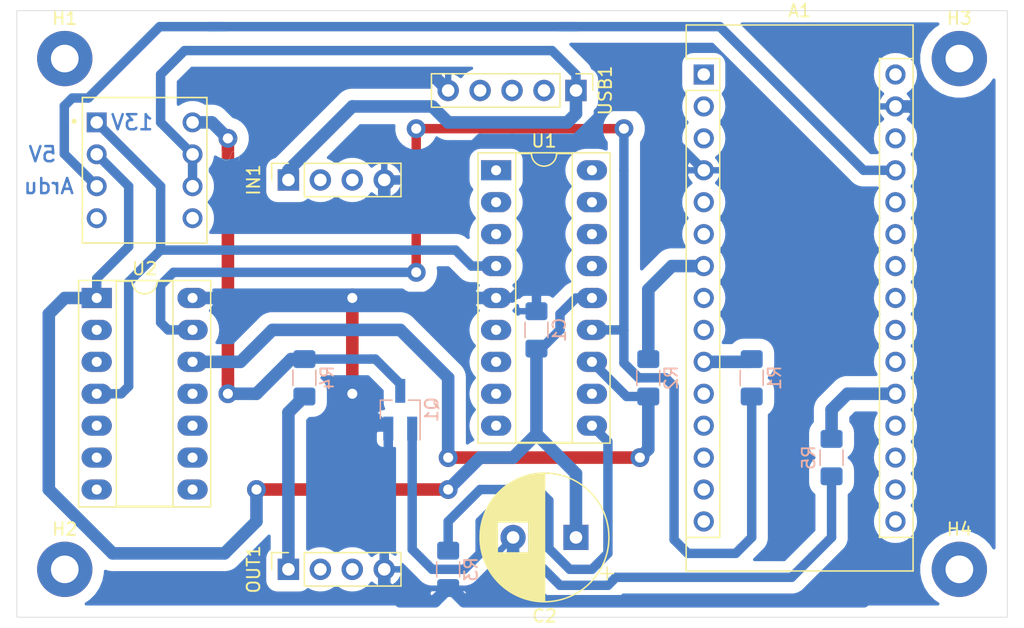
<source format=kicad_pcb>
(kicad_pcb (version 20171130) (host pcbnew "(5.1.4)-1")

  (general
    (thickness 1.6)
    (drawings 7)
    (tracks 198)
    (zones 0)
    (modules 19)
    (nets 15)
  )

  (page A4)
  (layers
    (0 F.Cu signal)
    (31 B.Cu signal)
    (32 B.Adhes user)
    (33 F.Adhes user)
    (34 B.Paste user)
    (35 F.Paste user)
    (36 B.SilkS user)
    (37 F.SilkS user)
    (38 B.Mask user)
    (39 F.Mask user)
    (40 Dwgs.User user)
    (41 Cmts.User user)
    (42 Eco1.User user)
    (43 Eco2.User user)
    (44 Edge.Cuts user)
    (45 Margin user)
    (46 B.CrtYd user)
    (47 F.CrtYd user)
    (48 B.Fab user)
    (49 F.Fab user)
  )

  (setup
    (last_trace_width 0.25)
    (user_trace_width 0.75)
    (user_trace_width 1)
    (trace_clearance 0.2)
    (zone_clearance 0.908)
    (zone_45_only no)
    (trace_min 0.2)
    (via_size 0.8)
    (via_drill 0.4)
    (via_min_size 0.4)
    (via_min_drill 0.3)
    (uvia_size 0.3)
    (uvia_drill 0.1)
    (uvias_allowed no)
    (uvia_min_size 0.2)
    (uvia_min_drill 0.1)
    (edge_width 0.05)
    (segment_width 0.2)
    (pcb_text_width 0.3)
    (pcb_text_size 1.5 1.5)
    (mod_edge_width 0.12)
    (mod_text_size 1 1)
    (mod_text_width 0.15)
    (pad_size 1.524 1.524)
    (pad_drill 0.762)
    (pad_to_mask_clearance 0.05)
    (aux_axis_origin 0 0)
    (visible_elements 7FFFFFFF)
    (pcbplotparams
      (layerselection 0x010fc_ffffffff)
      (usegerberextensions false)
      (usegerberattributes true)
      (usegerberadvancedattributes true)
      (creategerberjobfile true)
      (excludeedgelayer true)
      (linewidth 0.100000)
      (plotframeref false)
      (viasonmask false)
      (mode 1)
      (useauxorigin false)
      (hpglpennumber 1)
      (hpglpenspeed 20)
      (hpglpendiameter 15.000000)
      (psnegative false)
      (psa4output false)
      (plotreference true)
      (plotvalue true)
      (plotinvisibletext false)
      (padsonsilk false)
      (subtractmaskfromsilk false)
      (outputformat 1)
      (mirror false)
      (drillshape 1)
      (scaleselection 1)
      (outputdirectory ""))
  )

  (net 0 "")
  (net 1 "Net-(A1-Pad10)")
  (net 2 "Net-(A1-Pad7)")
  (net 3 "Net-(A1-Pad20)")
  (net 4 /5V-Ext)
  (net 5 /Vpp)
  (net 6 /13V)
  (net 7 "Net-(R3-Pad2)")
  (net 8 GND)
  (net 9 "Net-(Q1-Pad1)")
  (net 10 "Net-(A1-Pad27)")
  (net 11 "Net-(Q1-Pad3)")
  (net 12 /VCC)
  (net 13 /DATA)
  (net 14 /CLK)

  (net_class Default "This is the default net class."
    (clearance 0.2)
    (trace_width 0.25)
    (via_dia 0.8)
    (via_drill 0.4)
    (uvia_dia 0.3)
    (uvia_drill 0.1)
    (add_net /13V)
    (add_net /5V-Ext)
    (add_net /CLK)
    (add_net /DATA)
    (add_net /VCC)
    (add_net /Vpp)
    (add_net GND)
    (add_net "Net-(A1-Pad10)")
    (add_net "Net-(A1-Pad20)")
    (add_net "Net-(A1-Pad27)")
    (add_net "Net-(A1-Pad7)")
    (add_net "Net-(Q1-Pad1)")
    (add_net "Net-(Q1-Pad3)")
    (add_net "Net-(R3-Pad2)")
  )

  (module DS01-254-L-04BE:SW_DS01-254-L-04BE (layer F.Cu) (tedit 6092C20B) (tstamp 60930CF6)
    (at 81.28 88.9 270)
    (path /609FF835)
    (fp_text reference S1 (at -1.825 -6.889 90) (layer F.SilkS)
      (effects (font (size 1.4 1.4) (thickness 0.015)))
    )
    (fp_text value DS01-254-L-04BE (at 9.732 7.111 90) (layer F.Fab)
      (effects (font (size 1.4 1.4) (thickness 0.015)))
    )
    (fp_circle (center -3.9 5.6) (end -3.8 5.6) (layer F.Fab) (width 0.2))
    (fp_circle (center -3.9 5.6) (end -3.8 5.6) (layer F.SilkS) (width 0.2))
    (fp_line (start 6.04 -5.2) (end -6.04 -5.2) (layer F.CrtYd) (width 0.05))
    (fp_line (start 6.04 5.2) (end 6.04 -5.2) (layer F.CrtYd) (width 0.05))
    (fp_line (start -6.04 5.2) (end 6.04 5.2) (layer F.CrtYd) (width 0.05))
    (fp_line (start -6.04 -5.2) (end -6.04 5.2) (layer F.CrtYd) (width 0.05))
    (fp_line (start 5.79 4.95) (end -5.79 4.95) (layer F.Fab) (width 0.127))
    (fp_line (start 5.79 -4.95) (end 5.79 4.95) (layer F.Fab) (width 0.127))
    (fp_line (start -5.79 -4.95) (end 5.79 -4.95) (layer F.Fab) (width 0.127))
    (fp_line (start -5.79 4.95) (end -5.79 -4.95) (layer F.Fab) (width 0.127))
    (fp_line (start 5.79 4.95) (end -5.79 4.95) (layer F.SilkS) (width 0.127))
    (fp_line (start 5.79 -4.95) (end 5.79 4.95) (layer F.SilkS) (width 0.127))
    (fp_line (start -5.79 -4.95) (end 5.79 -4.95) (layer F.SilkS) (width 0.127))
    (fp_line (start -5.79 4.95) (end -5.79 -4.95) (layer F.SilkS) (width 0.127))
    (pad 4B thru_hole circle (at 3.81 -3.81 270) (size 1.58 1.58) (drill 1) (layers *.Cu *.Mask))
    (pad 4A thru_hole circle (at 3.81 3.81 270) (size 1.58 1.58) (drill 1) (layers *.Cu *.Mask))
    (pad 3B thru_hole circle (at 1.27 -3.81 270) (size 1.58 1.58) (drill 1) (layers *.Cu *.Mask)
      (net 4 /5V-Ext))
    (pad 3A thru_hole circle (at 1.27 3.81 270) (size 1.58 1.58) (drill 1) (layers *.Cu *.Mask)
      (net 10 "Net-(A1-Pad27)"))
    (pad 2B thru_hole circle (at -1.27 -3.81 270) (size 1.58 1.58) (drill 1) (layers *.Cu *.Mask)
      (net 4 /5V-Ext))
    (pad 2A thru_hole circle (at -1.27 3.81 270) (size 1.58 1.58) (drill 1) (layers *.Cu *.Mask)
      (net 12 /VCC))
    (pad 1B thru_hole circle (at -3.81 -3.81 270) (size 1.58 1.58) (drill 1) (layers *.Cu *.Mask)
      (net 11 "Net-(Q1-Pad3)"))
    (pad 1A thru_hole rect (at -3.81 3.81 270) (size 1.58 1.58) (drill 1) (layers *.Cu *.Mask)
      (net 5 /Vpp))
  )

  (module Package_DIP:DIP-14_W7.62mm_Socket_LongPads (layer F.Cu) (tedit 5A02E8C5) (tstamp 60CB3576)
    (at 77.47 99.06)
    (descr "14-lead though-hole mounted DIP package, row spacing 7.62 mm (300 mils), Socket, LongPads")
    (tags "THT DIP DIL PDIP 2.54mm 7.62mm 300mil Socket LongPads")
    (path /60CB0A30)
    (fp_text reference U2 (at 3.81 -2.33) (layer F.SilkS)
      (effects (font (size 1 1) (thickness 0.15)))
    )
    (fp_text value PIC16F610-IP (at 3.81 17.57) (layer F.Fab)
      (effects (font (size 1 1) (thickness 0.15)))
    )
    (fp_line (start 1.635 -1.27) (end 6.985 -1.27) (layer F.Fab) (width 0.1))
    (fp_line (start 6.985 -1.27) (end 6.985 16.51) (layer F.Fab) (width 0.1))
    (fp_line (start 6.985 16.51) (end 0.635 16.51) (layer F.Fab) (width 0.1))
    (fp_line (start 0.635 16.51) (end 0.635 -0.27) (layer F.Fab) (width 0.1))
    (fp_line (start 0.635 -0.27) (end 1.635 -1.27) (layer F.Fab) (width 0.1))
    (fp_line (start -1.27 -1.33) (end -1.27 16.57) (layer F.Fab) (width 0.1))
    (fp_line (start -1.27 16.57) (end 8.89 16.57) (layer F.Fab) (width 0.1))
    (fp_line (start 8.89 16.57) (end 8.89 -1.33) (layer F.Fab) (width 0.1))
    (fp_line (start 8.89 -1.33) (end -1.27 -1.33) (layer F.Fab) (width 0.1))
    (fp_line (start 2.81 -1.33) (end 1.56 -1.33) (layer F.SilkS) (width 0.12))
    (fp_line (start 1.56 -1.33) (end 1.56 16.57) (layer F.SilkS) (width 0.12))
    (fp_line (start 1.56 16.57) (end 6.06 16.57) (layer F.SilkS) (width 0.12))
    (fp_line (start 6.06 16.57) (end 6.06 -1.33) (layer F.SilkS) (width 0.12))
    (fp_line (start 6.06 -1.33) (end 4.81 -1.33) (layer F.SilkS) (width 0.12))
    (fp_line (start -1.44 -1.39) (end -1.44 16.63) (layer F.SilkS) (width 0.12))
    (fp_line (start -1.44 16.63) (end 9.06 16.63) (layer F.SilkS) (width 0.12))
    (fp_line (start 9.06 16.63) (end 9.06 -1.39) (layer F.SilkS) (width 0.12))
    (fp_line (start 9.06 -1.39) (end -1.44 -1.39) (layer F.SilkS) (width 0.12))
    (fp_line (start -1.55 -1.6) (end -1.55 16.85) (layer F.CrtYd) (width 0.05))
    (fp_line (start -1.55 16.85) (end 9.15 16.85) (layer F.CrtYd) (width 0.05))
    (fp_line (start 9.15 16.85) (end 9.15 -1.6) (layer F.CrtYd) (width 0.05))
    (fp_line (start 9.15 -1.6) (end -1.55 -1.6) (layer F.CrtYd) (width 0.05))
    (fp_text user %R (at 3.81 7.62) (layer F.Fab)
      (effects (font (size 1 1) (thickness 0.15)))
    )
    (fp_arc (start 3.81 -1.33) (end 2.81 -1.33) (angle -180) (layer F.SilkS) (width 0.12))
    (pad 14 thru_hole oval (at 7.62 0) (size 2.4 1.6) (drill 0.8) (layers *.Cu *.Mask)
      (net 8 GND))
    (pad 7 thru_hole oval (at 0 15.24) (size 2.4 1.6) (drill 0.8) (layers *.Cu *.Mask))
    (pad 13 thru_hole oval (at 7.62 2.54) (size 2.4 1.6) (drill 0.8) (layers *.Cu *.Mask)
      (net 13 /DATA))
    (pad 6 thru_hole oval (at 0 12.7) (size 2.4 1.6) (drill 0.8) (layers *.Cu *.Mask))
    (pad 12 thru_hole oval (at 7.62 5.08) (size 2.4 1.6) (drill 0.8) (layers *.Cu *.Mask)
      (net 14 /CLK))
    (pad 5 thru_hole oval (at 0 10.16) (size 2.4 1.6) (drill 0.8) (layers *.Cu *.Mask))
    (pad 11 thru_hole oval (at 7.62 7.62) (size 2.4 1.6) (drill 0.8) (layers *.Cu *.Mask))
    (pad 4 thru_hole oval (at 0 7.62) (size 2.4 1.6) (drill 0.8) (layers *.Cu *.Mask)
      (net 5 /Vpp))
    (pad 10 thru_hole oval (at 7.62 10.16) (size 2.4 1.6) (drill 0.8) (layers *.Cu *.Mask))
    (pad 3 thru_hole oval (at 0 5.08) (size 2.4 1.6) (drill 0.8) (layers *.Cu *.Mask))
    (pad 9 thru_hole oval (at 7.62 12.7) (size 2.4 1.6) (drill 0.8) (layers *.Cu *.Mask))
    (pad 2 thru_hole oval (at 0 2.54) (size 2.4 1.6) (drill 0.8) (layers *.Cu *.Mask))
    (pad 8 thru_hole oval (at 7.62 15.24) (size 2.4 1.6) (drill 0.8) (layers *.Cu *.Mask))
    (pad 1 thru_hole rect (at 0 0) (size 2.4 1.6) (drill 0.8) (layers *.Cu *.Mask)
      (net 12 /VCC))
    (model ${KISYS3DMOD}/Package_DIP.3dshapes/DIP-14_W7.62mm_Socket.wrl
      (at (xyz 0 0 0))
      (scale (xyz 1 1 1))
      (rotate (xyz 0 0 0))
    )
  )

  (module Package_DIP:DIP-18_W7.62mm_Socket_LongPads (layer F.Cu) (tedit 5A02E8C5) (tstamp 60930D24)
    (at 109.22 88.9)
    (descr "18-lead though-hole mounted DIP package, row spacing 7.62 mm (300 mils), Socket, LongPads")
    (tags "THT DIP DIL PDIP 2.54mm 7.62mm 300mil Socket LongPads")
    (path /60941D37)
    (fp_text reference U1 (at 3.81 -2.33) (layer F.SilkS)
      (effects (font (size 1 1) (thickness 0.15)))
    )
    (fp_text value PIC16F628-xxIP (at 3.81 22.65) (layer F.Fab)
      (effects (font (size 1 1) (thickness 0.15)))
    )
    (fp_line (start 1.635 -1.27) (end 6.985 -1.27) (layer F.Fab) (width 0.1))
    (fp_line (start 6.985 -1.27) (end 6.985 21.59) (layer F.Fab) (width 0.1))
    (fp_line (start 6.985 21.59) (end 0.635 21.59) (layer F.Fab) (width 0.1))
    (fp_line (start 0.635 21.59) (end 0.635 -0.27) (layer F.Fab) (width 0.1))
    (fp_line (start 0.635 -0.27) (end 1.635 -1.27) (layer F.Fab) (width 0.1))
    (fp_line (start -1.27 -1.33) (end -1.27 21.65) (layer F.Fab) (width 0.1))
    (fp_line (start -1.27 21.65) (end 8.89 21.65) (layer F.Fab) (width 0.1))
    (fp_line (start 8.89 21.65) (end 8.89 -1.33) (layer F.Fab) (width 0.1))
    (fp_line (start 8.89 -1.33) (end -1.27 -1.33) (layer F.Fab) (width 0.1))
    (fp_line (start 2.81 -1.33) (end 1.56 -1.33) (layer F.SilkS) (width 0.12))
    (fp_line (start 1.56 -1.33) (end 1.56 21.65) (layer F.SilkS) (width 0.12))
    (fp_line (start 1.56 21.65) (end 6.06 21.65) (layer F.SilkS) (width 0.12))
    (fp_line (start 6.06 21.65) (end 6.06 -1.33) (layer F.SilkS) (width 0.12))
    (fp_line (start 6.06 -1.33) (end 4.81 -1.33) (layer F.SilkS) (width 0.12))
    (fp_line (start -1.44 -1.39) (end -1.44 21.71) (layer F.SilkS) (width 0.12))
    (fp_line (start -1.44 21.71) (end 9.06 21.71) (layer F.SilkS) (width 0.12))
    (fp_line (start 9.06 21.71) (end 9.06 -1.39) (layer F.SilkS) (width 0.12))
    (fp_line (start 9.06 -1.39) (end -1.44 -1.39) (layer F.SilkS) (width 0.12))
    (fp_line (start -1.55 -1.6) (end -1.55 21.9) (layer F.CrtYd) (width 0.05))
    (fp_line (start -1.55 21.9) (end 9.15 21.9) (layer F.CrtYd) (width 0.05))
    (fp_line (start 9.15 21.9) (end 9.15 -1.6) (layer F.CrtYd) (width 0.05))
    (fp_line (start 9.15 -1.6) (end -1.55 -1.6) (layer F.CrtYd) (width 0.05))
    (fp_arc (start 3.81 -1.33) (end 2.81 -1.33) (angle -180) (layer F.SilkS) (width 0.12))
    (fp_text user %R (at 3.81 10.16) (layer F.Fab)
      (effects (font (size 1 1) (thickness 0.15)))
    )
    (pad 1 thru_hole rect (at 0 0) (size 2.4 1.6) (drill 0.8) (layers *.Cu *.Mask))
    (pad 10 thru_hole oval (at 7.62 20.32) (size 2.4 1.6) (drill 0.8) (layers *.Cu *.Mask)
      (net 7 "Net-(R3-Pad2)"))
    (pad 2 thru_hole oval (at 0 2.54) (size 2.4 1.6) (drill 0.8) (layers *.Cu *.Mask))
    (pad 11 thru_hole oval (at 7.62 17.78) (size 2.4 1.6) (drill 0.8) (layers *.Cu *.Mask))
    (pad 3 thru_hole oval (at 0 5.08) (size 2.4 1.6) (drill 0.8) (layers *.Cu *.Mask))
    (pad 12 thru_hole oval (at 7.62 15.24) (size 2.4 1.6) (drill 0.8) (layers *.Cu *.Mask)
      (net 14 /CLK))
    (pad 4 thru_hole oval (at 0 7.62) (size 2.4 1.6) (drill 0.8) (layers *.Cu *.Mask)
      (net 5 /Vpp))
    (pad 13 thru_hole oval (at 7.62 12.7) (size 2.4 1.6) (drill 0.8) (layers *.Cu *.Mask)
      (net 13 /DATA))
    (pad 5 thru_hole oval (at 0 10.16) (size 2.4 1.6) (drill 0.8) (layers *.Cu *.Mask)
      (net 8 GND))
    (pad 14 thru_hole oval (at 7.62 10.16) (size 2.4 1.6) (drill 0.8) (layers *.Cu *.Mask)
      (net 12 /VCC))
    (pad 6 thru_hole oval (at 0 12.7) (size 2.4 1.6) (drill 0.8) (layers *.Cu *.Mask))
    (pad 15 thru_hole oval (at 7.62 7.62) (size 2.4 1.6) (drill 0.8) (layers *.Cu *.Mask))
    (pad 7 thru_hole oval (at 0 15.24) (size 2.4 1.6) (drill 0.8) (layers *.Cu *.Mask))
    (pad 16 thru_hole oval (at 7.62 5.08) (size 2.4 1.6) (drill 0.8) (layers *.Cu *.Mask))
    (pad 8 thru_hole oval (at 0 17.78) (size 2.4 1.6) (drill 0.8) (layers *.Cu *.Mask))
    (pad 17 thru_hole oval (at 7.62 2.54) (size 2.4 1.6) (drill 0.8) (layers *.Cu *.Mask))
    (pad 9 thru_hole oval (at 0 20.32) (size 2.4 1.6) (drill 0.8) (layers *.Cu *.Mask))
    (pad 18 thru_hole oval (at 7.62 0) (size 2.4 1.6) (drill 0.8) (layers *.Cu *.Mask))
    (model ${KISYS3DMOD}/Package_DIP.3dshapes/DIP-18_W7.62mm_Socket.wrl
      (at (xyz 0 0 0))
      (scale (xyz 1 1 1))
      (rotate (xyz 0 0 0))
    )
  )

  (module MountingHole:MountingHole_2.2mm_M2_Pad (layer F.Cu) (tedit 56D1B4CB) (tstamp 60918EA0)
    (at 146.05 120.65)
    (descr "Mounting Hole 2.2mm, M2")
    (tags "mounting hole 2.2mm m2")
    (path /609F1539)
    (attr virtual)
    (fp_text reference H4 (at 0 -3.2) (layer F.SilkS)
      (effects (font (size 1 1) (thickness 0.15)))
    )
    (fp_text value MountingHole (at 0 3.2) (layer F.Fab)
      (effects (font (size 1 1) (thickness 0.15)))
    )
    (fp_circle (center 0 0) (end 2.45 0) (layer F.CrtYd) (width 0.05))
    (fp_circle (center 0 0) (end 2.2 0) (layer Cmts.User) (width 0.15))
    (fp_text user %R (at 0.3 0) (layer F.Fab)
      (effects (font (size 1 1) (thickness 0.15)))
    )
    (pad 1 thru_hole circle (at 0 0) (size 4.4 4.4) (drill 2.2) (layers *.Cu *.Mask))
  )

  (module MountingHole:MountingHole_2.2mm_M2_Pad (layer F.Cu) (tedit 56D1B4CB) (tstamp 60918E98)
    (at 146.05 80.01)
    (descr "Mounting Hole 2.2mm, M2")
    (tags "mounting hole 2.2mm m2")
    (path /609F0DC3)
    (attr virtual)
    (fp_text reference H3 (at 0 -3.2) (layer F.SilkS)
      (effects (font (size 1 1) (thickness 0.15)))
    )
    (fp_text value MountingHole (at 0 3.2) (layer F.Fab)
      (effects (font (size 1 1) (thickness 0.15)))
    )
    (fp_circle (center 0 0) (end 2.45 0) (layer F.CrtYd) (width 0.05))
    (fp_circle (center 0 0) (end 2.2 0) (layer Cmts.User) (width 0.15))
    (fp_text user %R (at 0.3 0) (layer F.Fab)
      (effects (font (size 1 1) (thickness 0.15)))
    )
    (pad 1 thru_hole circle (at 0 0) (size 4.4 4.4) (drill 2.2) (layers *.Cu *.Mask))
  )

  (module MountingHole:MountingHole_2.2mm_M2_Pad (layer F.Cu) (tedit 56D1B4CB) (tstamp 60918E90)
    (at 74.93 120.65)
    (descr "Mounting Hole 2.2mm, M2")
    (tags "mounting hole 2.2mm m2")
    (path /609EC147)
    (attr virtual)
    (fp_text reference H2 (at 0 -3.2) (layer F.SilkS)
      (effects (font (size 1 1) (thickness 0.15)))
    )
    (fp_text value MountingHole (at 0 3.2) (layer F.Fab)
      (effects (font (size 1 1) (thickness 0.15)))
    )
    (fp_circle (center 0 0) (end 2.45 0) (layer F.CrtYd) (width 0.05))
    (fp_circle (center 0 0) (end 2.2 0) (layer Cmts.User) (width 0.15))
    (fp_text user %R (at 0.3 0) (layer F.Fab)
      (effects (font (size 1 1) (thickness 0.15)))
    )
    (pad 1 thru_hole circle (at 0 0) (size 4.4 4.4) (drill 2.2) (layers *.Cu *.Mask))
  )

  (module MountingHole:MountingHole_2.2mm_M2_Pad (layer F.Cu) (tedit 56D1B4CB) (tstamp 60918E88)
    (at 74.93 80.01)
    (descr "Mounting Hole 2.2mm, M2")
    (tags "mounting hole 2.2mm m2")
    (path /609F05CA)
    (attr virtual)
    (fp_text reference H1 (at 0 -3.2) (layer F.SilkS)
      (effects (font (size 1 1) (thickness 0.15)))
    )
    (fp_text value MountingHole (at 0 3.2) (layer F.Fab)
      (effects (font (size 1 1) (thickness 0.15)))
    )
    (fp_circle (center 0 0) (end 2.45 0) (layer F.CrtYd) (width 0.05))
    (fp_circle (center 0 0) (end 2.2 0) (layer Cmts.User) (width 0.15))
    (fp_text user %R (at 0.3 0) (layer F.Fab)
      (effects (font (size 1 1) (thickness 0.15)))
    )
    (pad 1 thru_hole circle (at 0 0) (size 4.4 4.4) (drill 2.2) (layers *.Cu *.Mask))
  )

  (module Capacitor_THT:CP_Radial_D10.0mm_P5.00mm (layer F.Cu) (tedit 5AE50EF1) (tstamp 60930BAC)
    (at 115.57 118.11 180)
    (descr "CP, Radial series, Radial, pin pitch=5.00mm, , diameter=10mm, Electrolytic Capacitor")
    (tags "CP Radial series Radial pin pitch 5.00mm  diameter 10mm Electrolytic Capacitor")
    (path /609E451B)
    (fp_text reference C2 (at 2.5 -6.25) (layer F.SilkS)
      (effects (font (size 1 1) (thickness 0.15)))
    )
    (fp_text value 1000uF (at 2.5 6.25) (layer F.Fab)
      (effects (font (size 1 1) (thickness 0.15)))
    )
    (fp_circle (center 2.5 0) (end 7.5 0) (layer F.Fab) (width 0.1))
    (fp_circle (center 2.5 0) (end 7.62 0) (layer F.SilkS) (width 0.12))
    (fp_circle (center 2.5 0) (end 7.75 0) (layer F.CrtYd) (width 0.05))
    (fp_line (start -1.788861 -2.1875) (end -0.788861 -2.1875) (layer F.Fab) (width 0.1))
    (fp_line (start -1.288861 -2.6875) (end -1.288861 -1.6875) (layer F.Fab) (width 0.1))
    (fp_line (start 2.5 -5.08) (end 2.5 5.08) (layer F.SilkS) (width 0.12))
    (fp_line (start 2.54 -5.08) (end 2.54 5.08) (layer F.SilkS) (width 0.12))
    (fp_line (start 2.58 -5.08) (end 2.58 5.08) (layer F.SilkS) (width 0.12))
    (fp_line (start 2.62 -5.079) (end 2.62 5.079) (layer F.SilkS) (width 0.12))
    (fp_line (start 2.66 -5.078) (end 2.66 5.078) (layer F.SilkS) (width 0.12))
    (fp_line (start 2.7 -5.077) (end 2.7 5.077) (layer F.SilkS) (width 0.12))
    (fp_line (start 2.74 -5.075) (end 2.74 5.075) (layer F.SilkS) (width 0.12))
    (fp_line (start 2.78 -5.073) (end 2.78 5.073) (layer F.SilkS) (width 0.12))
    (fp_line (start 2.82 -5.07) (end 2.82 5.07) (layer F.SilkS) (width 0.12))
    (fp_line (start 2.86 -5.068) (end 2.86 5.068) (layer F.SilkS) (width 0.12))
    (fp_line (start 2.9 -5.065) (end 2.9 5.065) (layer F.SilkS) (width 0.12))
    (fp_line (start 2.94 -5.062) (end 2.94 5.062) (layer F.SilkS) (width 0.12))
    (fp_line (start 2.98 -5.058) (end 2.98 5.058) (layer F.SilkS) (width 0.12))
    (fp_line (start 3.02 -5.054) (end 3.02 5.054) (layer F.SilkS) (width 0.12))
    (fp_line (start 3.06 -5.05) (end 3.06 5.05) (layer F.SilkS) (width 0.12))
    (fp_line (start 3.1 -5.045) (end 3.1 5.045) (layer F.SilkS) (width 0.12))
    (fp_line (start 3.14 -5.04) (end 3.14 5.04) (layer F.SilkS) (width 0.12))
    (fp_line (start 3.18 -5.035) (end 3.18 5.035) (layer F.SilkS) (width 0.12))
    (fp_line (start 3.221 -5.03) (end 3.221 5.03) (layer F.SilkS) (width 0.12))
    (fp_line (start 3.261 -5.024) (end 3.261 5.024) (layer F.SilkS) (width 0.12))
    (fp_line (start 3.301 -5.018) (end 3.301 5.018) (layer F.SilkS) (width 0.12))
    (fp_line (start 3.341 -5.011) (end 3.341 5.011) (layer F.SilkS) (width 0.12))
    (fp_line (start 3.381 -5.004) (end 3.381 5.004) (layer F.SilkS) (width 0.12))
    (fp_line (start 3.421 -4.997) (end 3.421 4.997) (layer F.SilkS) (width 0.12))
    (fp_line (start 3.461 -4.99) (end 3.461 4.99) (layer F.SilkS) (width 0.12))
    (fp_line (start 3.501 -4.982) (end 3.501 4.982) (layer F.SilkS) (width 0.12))
    (fp_line (start 3.541 -4.974) (end 3.541 4.974) (layer F.SilkS) (width 0.12))
    (fp_line (start 3.581 -4.965) (end 3.581 4.965) (layer F.SilkS) (width 0.12))
    (fp_line (start 3.621 -4.956) (end 3.621 4.956) (layer F.SilkS) (width 0.12))
    (fp_line (start 3.661 -4.947) (end 3.661 4.947) (layer F.SilkS) (width 0.12))
    (fp_line (start 3.701 -4.938) (end 3.701 4.938) (layer F.SilkS) (width 0.12))
    (fp_line (start 3.741 -4.928) (end 3.741 4.928) (layer F.SilkS) (width 0.12))
    (fp_line (start 3.781 -4.918) (end 3.781 -1.241) (layer F.SilkS) (width 0.12))
    (fp_line (start 3.781 1.241) (end 3.781 4.918) (layer F.SilkS) (width 0.12))
    (fp_line (start 3.821 -4.907) (end 3.821 -1.241) (layer F.SilkS) (width 0.12))
    (fp_line (start 3.821 1.241) (end 3.821 4.907) (layer F.SilkS) (width 0.12))
    (fp_line (start 3.861 -4.897) (end 3.861 -1.241) (layer F.SilkS) (width 0.12))
    (fp_line (start 3.861 1.241) (end 3.861 4.897) (layer F.SilkS) (width 0.12))
    (fp_line (start 3.901 -4.885) (end 3.901 -1.241) (layer F.SilkS) (width 0.12))
    (fp_line (start 3.901 1.241) (end 3.901 4.885) (layer F.SilkS) (width 0.12))
    (fp_line (start 3.941 -4.874) (end 3.941 -1.241) (layer F.SilkS) (width 0.12))
    (fp_line (start 3.941 1.241) (end 3.941 4.874) (layer F.SilkS) (width 0.12))
    (fp_line (start 3.981 -4.862) (end 3.981 -1.241) (layer F.SilkS) (width 0.12))
    (fp_line (start 3.981 1.241) (end 3.981 4.862) (layer F.SilkS) (width 0.12))
    (fp_line (start 4.021 -4.85) (end 4.021 -1.241) (layer F.SilkS) (width 0.12))
    (fp_line (start 4.021 1.241) (end 4.021 4.85) (layer F.SilkS) (width 0.12))
    (fp_line (start 4.061 -4.837) (end 4.061 -1.241) (layer F.SilkS) (width 0.12))
    (fp_line (start 4.061 1.241) (end 4.061 4.837) (layer F.SilkS) (width 0.12))
    (fp_line (start 4.101 -4.824) (end 4.101 -1.241) (layer F.SilkS) (width 0.12))
    (fp_line (start 4.101 1.241) (end 4.101 4.824) (layer F.SilkS) (width 0.12))
    (fp_line (start 4.141 -4.811) (end 4.141 -1.241) (layer F.SilkS) (width 0.12))
    (fp_line (start 4.141 1.241) (end 4.141 4.811) (layer F.SilkS) (width 0.12))
    (fp_line (start 4.181 -4.797) (end 4.181 -1.241) (layer F.SilkS) (width 0.12))
    (fp_line (start 4.181 1.241) (end 4.181 4.797) (layer F.SilkS) (width 0.12))
    (fp_line (start 4.221 -4.783) (end 4.221 -1.241) (layer F.SilkS) (width 0.12))
    (fp_line (start 4.221 1.241) (end 4.221 4.783) (layer F.SilkS) (width 0.12))
    (fp_line (start 4.261 -4.768) (end 4.261 -1.241) (layer F.SilkS) (width 0.12))
    (fp_line (start 4.261 1.241) (end 4.261 4.768) (layer F.SilkS) (width 0.12))
    (fp_line (start 4.301 -4.754) (end 4.301 -1.241) (layer F.SilkS) (width 0.12))
    (fp_line (start 4.301 1.241) (end 4.301 4.754) (layer F.SilkS) (width 0.12))
    (fp_line (start 4.341 -4.738) (end 4.341 -1.241) (layer F.SilkS) (width 0.12))
    (fp_line (start 4.341 1.241) (end 4.341 4.738) (layer F.SilkS) (width 0.12))
    (fp_line (start 4.381 -4.723) (end 4.381 -1.241) (layer F.SilkS) (width 0.12))
    (fp_line (start 4.381 1.241) (end 4.381 4.723) (layer F.SilkS) (width 0.12))
    (fp_line (start 4.421 -4.707) (end 4.421 -1.241) (layer F.SilkS) (width 0.12))
    (fp_line (start 4.421 1.241) (end 4.421 4.707) (layer F.SilkS) (width 0.12))
    (fp_line (start 4.461 -4.69) (end 4.461 -1.241) (layer F.SilkS) (width 0.12))
    (fp_line (start 4.461 1.241) (end 4.461 4.69) (layer F.SilkS) (width 0.12))
    (fp_line (start 4.501 -4.674) (end 4.501 -1.241) (layer F.SilkS) (width 0.12))
    (fp_line (start 4.501 1.241) (end 4.501 4.674) (layer F.SilkS) (width 0.12))
    (fp_line (start 4.541 -4.657) (end 4.541 -1.241) (layer F.SilkS) (width 0.12))
    (fp_line (start 4.541 1.241) (end 4.541 4.657) (layer F.SilkS) (width 0.12))
    (fp_line (start 4.581 -4.639) (end 4.581 -1.241) (layer F.SilkS) (width 0.12))
    (fp_line (start 4.581 1.241) (end 4.581 4.639) (layer F.SilkS) (width 0.12))
    (fp_line (start 4.621 -4.621) (end 4.621 -1.241) (layer F.SilkS) (width 0.12))
    (fp_line (start 4.621 1.241) (end 4.621 4.621) (layer F.SilkS) (width 0.12))
    (fp_line (start 4.661 -4.603) (end 4.661 -1.241) (layer F.SilkS) (width 0.12))
    (fp_line (start 4.661 1.241) (end 4.661 4.603) (layer F.SilkS) (width 0.12))
    (fp_line (start 4.701 -4.584) (end 4.701 -1.241) (layer F.SilkS) (width 0.12))
    (fp_line (start 4.701 1.241) (end 4.701 4.584) (layer F.SilkS) (width 0.12))
    (fp_line (start 4.741 -4.564) (end 4.741 -1.241) (layer F.SilkS) (width 0.12))
    (fp_line (start 4.741 1.241) (end 4.741 4.564) (layer F.SilkS) (width 0.12))
    (fp_line (start 4.781 -4.545) (end 4.781 -1.241) (layer F.SilkS) (width 0.12))
    (fp_line (start 4.781 1.241) (end 4.781 4.545) (layer F.SilkS) (width 0.12))
    (fp_line (start 4.821 -4.525) (end 4.821 -1.241) (layer F.SilkS) (width 0.12))
    (fp_line (start 4.821 1.241) (end 4.821 4.525) (layer F.SilkS) (width 0.12))
    (fp_line (start 4.861 -4.504) (end 4.861 -1.241) (layer F.SilkS) (width 0.12))
    (fp_line (start 4.861 1.241) (end 4.861 4.504) (layer F.SilkS) (width 0.12))
    (fp_line (start 4.901 -4.483) (end 4.901 -1.241) (layer F.SilkS) (width 0.12))
    (fp_line (start 4.901 1.241) (end 4.901 4.483) (layer F.SilkS) (width 0.12))
    (fp_line (start 4.941 -4.462) (end 4.941 -1.241) (layer F.SilkS) (width 0.12))
    (fp_line (start 4.941 1.241) (end 4.941 4.462) (layer F.SilkS) (width 0.12))
    (fp_line (start 4.981 -4.44) (end 4.981 -1.241) (layer F.SilkS) (width 0.12))
    (fp_line (start 4.981 1.241) (end 4.981 4.44) (layer F.SilkS) (width 0.12))
    (fp_line (start 5.021 -4.417) (end 5.021 -1.241) (layer F.SilkS) (width 0.12))
    (fp_line (start 5.021 1.241) (end 5.021 4.417) (layer F.SilkS) (width 0.12))
    (fp_line (start 5.061 -4.395) (end 5.061 -1.241) (layer F.SilkS) (width 0.12))
    (fp_line (start 5.061 1.241) (end 5.061 4.395) (layer F.SilkS) (width 0.12))
    (fp_line (start 5.101 -4.371) (end 5.101 -1.241) (layer F.SilkS) (width 0.12))
    (fp_line (start 5.101 1.241) (end 5.101 4.371) (layer F.SilkS) (width 0.12))
    (fp_line (start 5.141 -4.347) (end 5.141 -1.241) (layer F.SilkS) (width 0.12))
    (fp_line (start 5.141 1.241) (end 5.141 4.347) (layer F.SilkS) (width 0.12))
    (fp_line (start 5.181 -4.323) (end 5.181 -1.241) (layer F.SilkS) (width 0.12))
    (fp_line (start 5.181 1.241) (end 5.181 4.323) (layer F.SilkS) (width 0.12))
    (fp_line (start 5.221 -4.298) (end 5.221 -1.241) (layer F.SilkS) (width 0.12))
    (fp_line (start 5.221 1.241) (end 5.221 4.298) (layer F.SilkS) (width 0.12))
    (fp_line (start 5.261 -4.273) (end 5.261 -1.241) (layer F.SilkS) (width 0.12))
    (fp_line (start 5.261 1.241) (end 5.261 4.273) (layer F.SilkS) (width 0.12))
    (fp_line (start 5.301 -4.247) (end 5.301 -1.241) (layer F.SilkS) (width 0.12))
    (fp_line (start 5.301 1.241) (end 5.301 4.247) (layer F.SilkS) (width 0.12))
    (fp_line (start 5.341 -4.221) (end 5.341 -1.241) (layer F.SilkS) (width 0.12))
    (fp_line (start 5.341 1.241) (end 5.341 4.221) (layer F.SilkS) (width 0.12))
    (fp_line (start 5.381 -4.194) (end 5.381 -1.241) (layer F.SilkS) (width 0.12))
    (fp_line (start 5.381 1.241) (end 5.381 4.194) (layer F.SilkS) (width 0.12))
    (fp_line (start 5.421 -4.166) (end 5.421 -1.241) (layer F.SilkS) (width 0.12))
    (fp_line (start 5.421 1.241) (end 5.421 4.166) (layer F.SilkS) (width 0.12))
    (fp_line (start 5.461 -4.138) (end 5.461 -1.241) (layer F.SilkS) (width 0.12))
    (fp_line (start 5.461 1.241) (end 5.461 4.138) (layer F.SilkS) (width 0.12))
    (fp_line (start 5.501 -4.11) (end 5.501 -1.241) (layer F.SilkS) (width 0.12))
    (fp_line (start 5.501 1.241) (end 5.501 4.11) (layer F.SilkS) (width 0.12))
    (fp_line (start 5.541 -4.08) (end 5.541 -1.241) (layer F.SilkS) (width 0.12))
    (fp_line (start 5.541 1.241) (end 5.541 4.08) (layer F.SilkS) (width 0.12))
    (fp_line (start 5.581 -4.05) (end 5.581 -1.241) (layer F.SilkS) (width 0.12))
    (fp_line (start 5.581 1.241) (end 5.581 4.05) (layer F.SilkS) (width 0.12))
    (fp_line (start 5.621 -4.02) (end 5.621 -1.241) (layer F.SilkS) (width 0.12))
    (fp_line (start 5.621 1.241) (end 5.621 4.02) (layer F.SilkS) (width 0.12))
    (fp_line (start 5.661 -3.989) (end 5.661 -1.241) (layer F.SilkS) (width 0.12))
    (fp_line (start 5.661 1.241) (end 5.661 3.989) (layer F.SilkS) (width 0.12))
    (fp_line (start 5.701 -3.957) (end 5.701 -1.241) (layer F.SilkS) (width 0.12))
    (fp_line (start 5.701 1.241) (end 5.701 3.957) (layer F.SilkS) (width 0.12))
    (fp_line (start 5.741 -3.925) (end 5.741 -1.241) (layer F.SilkS) (width 0.12))
    (fp_line (start 5.741 1.241) (end 5.741 3.925) (layer F.SilkS) (width 0.12))
    (fp_line (start 5.781 -3.892) (end 5.781 -1.241) (layer F.SilkS) (width 0.12))
    (fp_line (start 5.781 1.241) (end 5.781 3.892) (layer F.SilkS) (width 0.12))
    (fp_line (start 5.821 -3.858) (end 5.821 -1.241) (layer F.SilkS) (width 0.12))
    (fp_line (start 5.821 1.241) (end 5.821 3.858) (layer F.SilkS) (width 0.12))
    (fp_line (start 5.861 -3.824) (end 5.861 -1.241) (layer F.SilkS) (width 0.12))
    (fp_line (start 5.861 1.241) (end 5.861 3.824) (layer F.SilkS) (width 0.12))
    (fp_line (start 5.901 -3.789) (end 5.901 -1.241) (layer F.SilkS) (width 0.12))
    (fp_line (start 5.901 1.241) (end 5.901 3.789) (layer F.SilkS) (width 0.12))
    (fp_line (start 5.941 -3.753) (end 5.941 -1.241) (layer F.SilkS) (width 0.12))
    (fp_line (start 5.941 1.241) (end 5.941 3.753) (layer F.SilkS) (width 0.12))
    (fp_line (start 5.981 -3.716) (end 5.981 -1.241) (layer F.SilkS) (width 0.12))
    (fp_line (start 5.981 1.241) (end 5.981 3.716) (layer F.SilkS) (width 0.12))
    (fp_line (start 6.021 -3.679) (end 6.021 -1.241) (layer F.SilkS) (width 0.12))
    (fp_line (start 6.021 1.241) (end 6.021 3.679) (layer F.SilkS) (width 0.12))
    (fp_line (start 6.061 -3.64) (end 6.061 -1.241) (layer F.SilkS) (width 0.12))
    (fp_line (start 6.061 1.241) (end 6.061 3.64) (layer F.SilkS) (width 0.12))
    (fp_line (start 6.101 -3.601) (end 6.101 -1.241) (layer F.SilkS) (width 0.12))
    (fp_line (start 6.101 1.241) (end 6.101 3.601) (layer F.SilkS) (width 0.12))
    (fp_line (start 6.141 -3.561) (end 6.141 -1.241) (layer F.SilkS) (width 0.12))
    (fp_line (start 6.141 1.241) (end 6.141 3.561) (layer F.SilkS) (width 0.12))
    (fp_line (start 6.181 -3.52) (end 6.181 -1.241) (layer F.SilkS) (width 0.12))
    (fp_line (start 6.181 1.241) (end 6.181 3.52) (layer F.SilkS) (width 0.12))
    (fp_line (start 6.221 -3.478) (end 6.221 -1.241) (layer F.SilkS) (width 0.12))
    (fp_line (start 6.221 1.241) (end 6.221 3.478) (layer F.SilkS) (width 0.12))
    (fp_line (start 6.261 -3.436) (end 6.261 3.436) (layer F.SilkS) (width 0.12))
    (fp_line (start 6.301 -3.392) (end 6.301 3.392) (layer F.SilkS) (width 0.12))
    (fp_line (start 6.341 -3.347) (end 6.341 3.347) (layer F.SilkS) (width 0.12))
    (fp_line (start 6.381 -3.301) (end 6.381 3.301) (layer F.SilkS) (width 0.12))
    (fp_line (start 6.421 -3.254) (end 6.421 3.254) (layer F.SilkS) (width 0.12))
    (fp_line (start 6.461 -3.206) (end 6.461 3.206) (layer F.SilkS) (width 0.12))
    (fp_line (start 6.501 -3.156) (end 6.501 3.156) (layer F.SilkS) (width 0.12))
    (fp_line (start 6.541 -3.106) (end 6.541 3.106) (layer F.SilkS) (width 0.12))
    (fp_line (start 6.581 -3.054) (end 6.581 3.054) (layer F.SilkS) (width 0.12))
    (fp_line (start 6.621 -3) (end 6.621 3) (layer F.SilkS) (width 0.12))
    (fp_line (start 6.661 -2.945) (end 6.661 2.945) (layer F.SilkS) (width 0.12))
    (fp_line (start 6.701 -2.889) (end 6.701 2.889) (layer F.SilkS) (width 0.12))
    (fp_line (start 6.741 -2.83) (end 6.741 2.83) (layer F.SilkS) (width 0.12))
    (fp_line (start 6.781 -2.77) (end 6.781 2.77) (layer F.SilkS) (width 0.12))
    (fp_line (start 6.821 -2.709) (end 6.821 2.709) (layer F.SilkS) (width 0.12))
    (fp_line (start 6.861 -2.645) (end 6.861 2.645) (layer F.SilkS) (width 0.12))
    (fp_line (start 6.901 -2.579) (end 6.901 2.579) (layer F.SilkS) (width 0.12))
    (fp_line (start 6.941 -2.51) (end 6.941 2.51) (layer F.SilkS) (width 0.12))
    (fp_line (start 6.981 -2.439) (end 6.981 2.439) (layer F.SilkS) (width 0.12))
    (fp_line (start 7.021 -2.365) (end 7.021 2.365) (layer F.SilkS) (width 0.12))
    (fp_line (start 7.061 -2.289) (end 7.061 2.289) (layer F.SilkS) (width 0.12))
    (fp_line (start 7.101 -2.209) (end 7.101 2.209) (layer F.SilkS) (width 0.12))
    (fp_line (start 7.141 -2.125) (end 7.141 2.125) (layer F.SilkS) (width 0.12))
    (fp_line (start 7.181 -2.037) (end 7.181 2.037) (layer F.SilkS) (width 0.12))
    (fp_line (start 7.221 -1.944) (end 7.221 1.944) (layer F.SilkS) (width 0.12))
    (fp_line (start 7.261 -1.846) (end 7.261 1.846) (layer F.SilkS) (width 0.12))
    (fp_line (start 7.301 -1.742) (end 7.301 1.742) (layer F.SilkS) (width 0.12))
    (fp_line (start 7.341 -1.63) (end 7.341 1.63) (layer F.SilkS) (width 0.12))
    (fp_line (start 7.381 -1.51) (end 7.381 1.51) (layer F.SilkS) (width 0.12))
    (fp_line (start 7.421 -1.378) (end 7.421 1.378) (layer F.SilkS) (width 0.12))
    (fp_line (start 7.461 -1.23) (end 7.461 1.23) (layer F.SilkS) (width 0.12))
    (fp_line (start 7.501 -1.062) (end 7.501 1.062) (layer F.SilkS) (width 0.12))
    (fp_line (start 7.541 -0.862) (end 7.541 0.862) (layer F.SilkS) (width 0.12))
    (fp_line (start 7.581 -0.599) (end 7.581 0.599) (layer F.SilkS) (width 0.12))
    (fp_line (start -2.979646 -2.875) (end -1.979646 -2.875) (layer F.SilkS) (width 0.12))
    (fp_line (start -2.479646 -3.375) (end -2.479646 -2.375) (layer F.SilkS) (width 0.12))
    (fp_text user %R (at 2.5 0) (layer F.Fab)
      (effects (font (size 1 1) (thickness 0.15)))
    )
    (pad 1 thru_hole rect (at 0 0 180) (size 2 2) (drill 1) (layers *.Cu *.Mask)
      (net 12 /VCC))
    (pad 2 thru_hole circle (at 5 0 180) (size 2 2) (drill 1) (layers *.Cu *.Mask)
      (net 8 GND))
    (model ${KISYS3DMOD}/Capacitor_THT.3dshapes/CP_Radial_D10.0mm_P5.00mm.wrl
      (at (xyz 0 0 0))
      (scale (xyz 1 1 1))
      (rotate (xyz 0 0 0))
    )
  )

  (module Capacitor_SMD:C_1206_3216Metric_Pad1.42x1.75mm_HandSolder (layer B.Cu) (tedit 5B301BBE) (tstamp 609192F7)
    (at 112.43 101.6 90)
    (descr "Capacitor SMD 1206 (3216 Metric), square (rectangular) end terminal, IPC_7351 nominal with elongated pad for handsoldering. (Body size source: http://www.tortai-tech.com/upload/download/2011102023233369053.pdf), generated with kicad-footprint-generator")
    (tags "capacitor handsolder")
    (path /6092533A)
    (attr smd)
    (fp_text reference C1 (at 0 1.82 270) (layer B.SilkS)
      (effects (font (size 1 1) (thickness 0.15)) (justify mirror))
    )
    (fp_text value 100nF (at 0 -1.82 270) (layer B.Fab)
      (effects (font (size 1 1) (thickness 0.15)) (justify mirror))
    )
    (fp_line (start -1.6 -0.8) (end -1.6 0.8) (layer B.Fab) (width 0.1))
    (fp_line (start -1.6 0.8) (end 1.6 0.8) (layer B.Fab) (width 0.1))
    (fp_line (start 1.6 0.8) (end 1.6 -0.8) (layer B.Fab) (width 0.1))
    (fp_line (start 1.6 -0.8) (end -1.6 -0.8) (layer B.Fab) (width 0.1))
    (fp_line (start -0.602064 0.91) (end 0.602064 0.91) (layer B.SilkS) (width 0.12))
    (fp_line (start -0.602064 -0.91) (end 0.602064 -0.91) (layer B.SilkS) (width 0.12))
    (fp_line (start -2.45 -1.12) (end -2.45 1.12) (layer B.CrtYd) (width 0.05))
    (fp_line (start -2.45 1.12) (end 2.45 1.12) (layer B.CrtYd) (width 0.05))
    (fp_line (start 2.45 1.12) (end 2.45 -1.12) (layer B.CrtYd) (width 0.05))
    (fp_line (start 2.45 -1.12) (end -2.45 -1.12) (layer B.CrtYd) (width 0.05))
    (fp_text user %R (at 0 0 270) (layer B.Fab)
      (effects (font (size 0.8 0.8) (thickness 0.12)) (justify mirror))
    )
    (pad 2 smd roundrect (at 1.4875 0 90) (size 1.425 1.75) (layers B.Cu B.Paste B.Mask) (roundrect_rratio 0.175439)
      (net 8 GND))
    (pad 1 smd roundrect (at -1.4875 0 90) (size 1.425 1.75) (layers B.Cu B.Paste B.Mask) (roundrect_rratio 0.175439)
      (net 12 /VCC))
    (model ${KISYS3DMOD}/Capacitor_SMD.3dshapes/C_1206_3216Metric.wrl
      (at (xyz 0 0 0))
      (scale (xyz 1 1 1))
      (rotate (xyz 0 0 0))
    )
  )

  (module Package_TO_SOT_SMD:SOT-23_Handsoldering (layer B.Cu) (tedit 5A0AB76C) (tstamp 60917F7D)
    (at 101.6 107.95 90)
    (descr "SOT-23, Handsoldering")
    (tags SOT-23)
    (path /60915739)
    (attr smd)
    (fp_text reference Q1 (at 0 2.5 90) (layer B.SilkS)
      (effects (font (size 1 1) (thickness 0.15)) (justify mirror))
    )
    (fp_text value BC847 (at 0 -2.5 90) (layer B.Fab)
      (effects (font (size 1 1) (thickness 0.15)) (justify mirror))
    )
    (fp_line (start 0.76 -1.58) (end 0.76 -0.65) (layer B.SilkS) (width 0.12))
    (fp_line (start 0.76 1.58) (end 0.76 0.65) (layer B.SilkS) (width 0.12))
    (fp_line (start -2.7 1.75) (end 2.7 1.75) (layer B.CrtYd) (width 0.05))
    (fp_line (start 2.7 1.75) (end 2.7 -1.75) (layer B.CrtYd) (width 0.05))
    (fp_line (start 2.7 -1.75) (end -2.7 -1.75) (layer B.CrtYd) (width 0.05))
    (fp_line (start -2.7 -1.75) (end -2.7 1.75) (layer B.CrtYd) (width 0.05))
    (fp_line (start 0.76 1.58) (end -2.4 1.58) (layer B.SilkS) (width 0.12))
    (fp_line (start -0.7 0.95) (end -0.7 -1.5) (layer B.Fab) (width 0.1))
    (fp_line (start -0.15 1.52) (end 0.7 1.52) (layer B.Fab) (width 0.1))
    (fp_line (start -0.7 0.95) (end -0.15 1.52) (layer B.Fab) (width 0.1))
    (fp_line (start 0.7 1.52) (end 0.7 -1.52) (layer B.Fab) (width 0.1))
    (fp_line (start -0.7 -1.52) (end 0.7 -1.52) (layer B.Fab) (width 0.1))
    (fp_line (start 0.76 -1.58) (end -0.7 -1.58) (layer B.SilkS) (width 0.12))
    (fp_text user %R (at 0 0 180) (layer B.Fab)
      (effects (font (size 0.5 0.5) (thickness 0.075)) (justify mirror))
    )
    (pad 3 smd rect (at 1.5 0 90) (size 1.9 0.8) (layers B.Cu B.Paste B.Mask)
      (net 11 "Net-(Q1-Pad3)"))
    (pad 2 smd rect (at -1.5 -0.95 90) (size 1.9 0.8) (layers B.Cu B.Paste B.Mask)
      (net 8 GND))
    (pad 1 smd rect (at -1.5 0.95 90) (size 1.9 0.8) (layers B.Cu B.Paste B.Mask)
      (net 9 "Net-(Q1-Pad1)"))
    (model ${KISYS3DMOD}/Package_TO_SOT_SMD.3dshapes/SOT-23.wrl
      (at (xyz 0 0 0))
      (scale (xyz 1 1 1))
      (rotate (xyz 0 0 0))
    )
  )

  (module Connector_PinHeader_2.54mm:PinHeader_1x05_P2.54mm_Vertical (layer F.Cu) (tedit 59FED5CC) (tstamp 609158F3)
    (at 115.57 82.55 270)
    (descr "Through hole straight pin header, 1x05, 2.54mm pitch, single row")
    (tags "Through hole pin header THT 1x05 2.54mm single row")
    (path /609AAA94)
    (fp_text reference USB1 (at 0 -2.33 90) (layer F.SilkS)
      (effects (font (size 1 1) (thickness 0.15)))
    )
    (fp_text value Conn_01x05 (at 0 12.49 90) (layer F.Fab)
      (effects (font (size 1 1) (thickness 0.15)))
    )
    (fp_line (start -0.635 -1.27) (end 1.27 -1.27) (layer F.Fab) (width 0.1))
    (fp_line (start 1.27 -1.27) (end 1.27 11.43) (layer F.Fab) (width 0.1))
    (fp_line (start 1.27 11.43) (end -1.27 11.43) (layer F.Fab) (width 0.1))
    (fp_line (start -1.27 11.43) (end -1.27 -0.635) (layer F.Fab) (width 0.1))
    (fp_line (start -1.27 -0.635) (end -0.635 -1.27) (layer F.Fab) (width 0.1))
    (fp_line (start -1.33 11.49) (end 1.33 11.49) (layer F.SilkS) (width 0.12))
    (fp_line (start -1.33 1.27) (end -1.33 11.49) (layer F.SilkS) (width 0.12))
    (fp_line (start 1.33 1.27) (end 1.33 11.49) (layer F.SilkS) (width 0.12))
    (fp_line (start -1.33 1.27) (end 1.33 1.27) (layer F.SilkS) (width 0.12))
    (fp_line (start -1.33 0) (end -1.33 -1.33) (layer F.SilkS) (width 0.12))
    (fp_line (start -1.33 -1.33) (end 0 -1.33) (layer F.SilkS) (width 0.12))
    (fp_line (start -1.8 -1.8) (end -1.8 11.95) (layer F.CrtYd) (width 0.05))
    (fp_line (start -1.8 11.95) (end 1.8 11.95) (layer F.CrtYd) (width 0.05))
    (fp_line (start 1.8 11.95) (end 1.8 -1.8) (layer F.CrtYd) (width 0.05))
    (fp_line (start 1.8 -1.8) (end -1.8 -1.8) (layer F.CrtYd) (width 0.05))
    (fp_text user %R (at 0 5.08) (layer F.Fab)
      (effects (font (size 1 1) (thickness 0.15)))
    )
    (pad 1 thru_hole rect (at 0 0 270) (size 1.7 1.7) (drill 1) (layers *.Cu *.Mask)
      (net 4 /5V-Ext))
    (pad 2 thru_hole oval (at 0 2.54 270) (size 1.7 1.7) (drill 1) (layers *.Cu *.Mask))
    (pad 3 thru_hole oval (at 0 5.08 270) (size 1.7 1.7) (drill 1) (layers *.Cu *.Mask))
    (pad 4 thru_hole oval (at 0 7.62 270) (size 1.7 1.7) (drill 1) (layers *.Cu *.Mask))
    (pad 5 thru_hole oval (at 0 10.16 270) (size 1.7 1.7) (drill 1) (layers *.Cu *.Mask)
      (net 8 GND))
    (model ${KISYS3DMOD}/Connector_PinHeader_2.54mm.3dshapes/PinHeader_1x05_P2.54mm_Vertical.wrl
      (at (xyz 0 0 0))
      (scale (xyz 1 1 1))
      (rotate (xyz 0 0 0))
    )
  )

  (module Resistor_SMD:R_1206_3216Metric_Pad1.42x1.75mm_HandSolder (layer B.Cu) (tedit 5B301BBD) (tstamp 6091430D)
    (at 135.89 111.76 270)
    (descr "Resistor SMD 1206 (3216 Metric), square (rectangular) end terminal, IPC_7351 nominal with elongated pad for handsoldering. (Body size source: http://www.tortai-tech.com/upload/download/2011102023233369053.pdf), generated with kicad-footprint-generator")
    (tags "resistor handsolder")
    (path /60962490)
    (attr smd)
    (fp_text reference R5 (at 0 1.82 90) (layer B.SilkS)
      (effects (font (size 1 1) (thickness 0.15)) (justify mirror))
    )
    (fp_text value 4.7k (at 0 -1.82 90) (layer B.Fab)
      (effects (font (size 1 1) (thickness 0.15)) (justify mirror))
    )
    (fp_line (start 2.45 -1.12) (end -2.45 -1.12) (layer B.CrtYd) (width 0.05))
    (fp_line (start 2.45 1.12) (end 2.45 -1.12) (layer B.CrtYd) (width 0.05))
    (fp_line (start -2.45 1.12) (end 2.45 1.12) (layer B.CrtYd) (width 0.05))
    (fp_line (start -2.45 -1.12) (end -2.45 1.12) (layer B.CrtYd) (width 0.05))
    (fp_line (start -0.602064 -0.91) (end 0.602064 -0.91) (layer B.SilkS) (width 0.12))
    (fp_line (start -0.602064 0.91) (end 0.602064 0.91) (layer B.SilkS) (width 0.12))
    (fp_line (start 1.6 -0.8) (end -1.6 -0.8) (layer B.Fab) (width 0.1))
    (fp_line (start 1.6 0.8) (end 1.6 -0.8) (layer B.Fab) (width 0.1))
    (fp_line (start -1.6 0.8) (end 1.6 0.8) (layer B.Fab) (width 0.1))
    (fp_line (start -1.6 -0.8) (end -1.6 0.8) (layer B.Fab) (width 0.1))
    (fp_text user %R (at 0 0 90) (layer B.Fab)
      (effects (font (size 0.8 0.8) (thickness 0.12)) (justify mirror))
    )
    (pad 2 smd roundrect (at 1.4875 0 270) (size 1.425 1.75) (layers B.Cu B.Paste B.Mask) (roundrect_rratio 0.175439)
      (net 9 "Net-(Q1-Pad1)"))
    (pad 1 smd roundrect (at -1.4875 0 270) (size 1.425 1.75) (layers B.Cu B.Paste B.Mask) (roundrect_rratio 0.175439)
      (net 3 "Net-(A1-Pad20)"))
    (model ${KISYS3DMOD}/Resistor_SMD.3dshapes/R_1206_3216Metric.wrl
      (at (xyz 0 0 0))
      (scale (xyz 1 1 1))
      (rotate (xyz 0 0 0))
    )
  )

  (module Resistor_SMD:R_1206_3216Metric_Pad1.42x1.75mm_HandSolder (layer B.Cu) (tedit 5B301BBD) (tstamp 609142FC)
    (at 93.98 105.41 90)
    (descr "Resistor SMD 1206 (3216 Metric), square (rectangular) end terminal, IPC_7351 nominal with elongated pad for handsoldering. (Body size source: http://www.tortai-tech.com/upload/download/2011102023233369053.pdf), generated with kicad-footprint-generator")
    (tags "resistor handsolder")
    (path /609519D0)
    (attr smd)
    (fp_text reference R4 (at 0 1.82 90) (layer B.SilkS)
      (effects (font (size 1 1) (thickness 0.15)) (justify mirror))
    )
    (fp_text value 10k (at 0 -1.82 90) (layer B.Fab)
      (effects (font (size 1 1) (thickness 0.15)) (justify mirror))
    )
    (fp_line (start 2.45 -1.12) (end -2.45 -1.12) (layer B.CrtYd) (width 0.05))
    (fp_line (start 2.45 1.12) (end 2.45 -1.12) (layer B.CrtYd) (width 0.05))
    (fp_line (start -2.45 1.12) (end 2.45 1.12) (layer B.CrtYd) (width 0.05))
    (fp_line (start -2.45 -1.12) (end -2.45 1.12) (layer B.CrtYd) (width 0.05))
    (fp_line (start -0.602064 -0.91) (end 0.602064 -0.91) (layer B.SilkS) (width 0.12))
    (fp_line (start -0.602064 0.91) (end 0.602064 0.91) (layer B.SilkS) (width 0.12))
    (fp_line (start 1.6 -0.8) (end -1.6 -0.8) (layer B.Fab) (width 0.1))
    (fp_line (start 1.6 0.8) (end 1.6 -0.8) (layer B.Fab) (width 0.1))
    (fp_line (start -1.6 0.8) (end 1.6 0.8) (layer B.Fab) (width 0.1))
    (fp_line (start -1.6 -0.8) (end -1.6 0.8) (layer B.Fab) (width 0.1))
    (fp_text user %R (at 0 0 90) (layer B.Fab)
      (effects (font (size 0.8 0.8) (thickness 0.12)) (justify mirror))
    )
    (pad 2 smd roundrect (at 1.4875 0 90) (size 1.425 1.75) (layers B.Cu B.Paste B.Mask) (roundrect_rratio 0.175439)
      (net 11 "Net-(Q1-Pad3)"))
    (pad 1 smd roundrect (at -1.4875 0 90) (size 1.425 1.75) (layers B.Cu B.Paste B.Mask) (roundrect_rratio 0.175439)
      (net 6 /13V))
    (model ${KISYS3DMOD}/Resistor_SMD.3dshapes/R_1206_3216Metric.wrl
      (at (xyz 0 0 0))
      (scale (xyz 1 1 1))
      (rotate (xyz 0 0 0))
    )
  )

  (module Resistor_SMD:R_1206_3216Metric_Pad1.42x1.75mm_HandSolder (layer B.Cu) (tedit 5B301BBD) (tstamp 609142EB)
    (at 105.41 120.65 90)
    (descr "Resistor SMD 1206 (3216 Metric), square (rectangular) end terminal, IPC_7351 nominal with elongated pad for handsoldering. (Body size source: http://www.tortai-tech.com/upload/download/2011102023233369053.pdf), generated with kicad-footprint-generator")
    (tags "resistor handsolder")
    (path /60924A28)
    (attr smd)
    (fp_text reference R3 (at 0 1.82 90) (layer B.SilkS)
      (effects (font (size 1 1) (thickness 0.15)) (justify mirror))
    )
    (fp_text value 4.7k (at 0 -1.82 90) (layer B.Fab)
      (effects (font (size 1 1) (thickness 0.15)) (justify mirror))
    )
    (fp_line (start -1.6 -0.8) (end -1.6 0.8) (layer B.Fab) (width 0.1))
    (fp_line (start -1.6 0.8) (end 1.6 0.8) (layer B.Fab) (width 0.1))
    (fp_line (start 1.6 0.8) (end 1.6 -0.8) (layer B.Fab) (width 0.1))
    (fp_line (start 1.6 -0.8) (end -1.6 -0.8) (layer B.Fab) (width 0.1))
    (fp_line (start -0.602064 0.91) (end 0.602064 0.91) (layer B.SilkS) (width 0.12))
    (fp_line (start -0.602064 -0.91) (end 0.602064 -0.91) (layer B.SilkS) (width 0.12))
    (fp_line (start -2.45 -1.12) (end -2.45 1.12) (layer B.CrtYd) (width 0.05))
    (fp_line (start -2.45 1.12) (end 2.45 1.12) (layer B.CrtYd) (width 0.05))
    (fp_line (start 2.45 1.12) (end 2.45 -1.12) (layer B.CrtYd) (width 0.05))
    (fp_line (start 2.45 -1.12) (end -2.45 -1.12) (layer B.CrtYd) (width 0.05))
    (fp_text user %R (at 0 0 90) (layer B.Fab)
      (effects (font (size 0.8 0.8) (thickness 0.12)) (justify mirror))
    )
    (pad 1 smd roundrect (at -1.4875 0 90) (size 1.425 1.75) (layers B.Cu B.Paste B.Mask) (roundrect_rratio 0.175439)
      (net 8 GND))
    (pad 2 smd roundrect (at 1.4875 0 90) (size 1.425 1.75) (layers B.Cu B.Paste B.Mask) (roundrect_rratio 0.175439)
      (net 7 "Net-(R3-Pad2)"))
    (model ${KISYS3DMOD}/Resistor_SMD.3dshapes/R_1206_3216Metric.wrl
      (at (xyz 0 0 0))
      (scale (xyz 1 1 1))
      (rotate (xyz 0 0 0))
    )
  )

  (module Resistor_SMD:R_1206_3216Metric_Pad1.42x1.75mm_HandSolder (layer B.Cu) (tedit 5B301BBD) (tstamp 609142C9)
    (at 121.32 105.41 90)
    (descr "Resistor SMD 1206 (3216 Metric), square (rectangular) end terminal, IPC_7351 nominal with elongated pad for handsoldering. (Body size source: http://www.tortai-tech.com/upload/download/2011102023233369053.pdf), generated with kicad-footprint-generator")
    (tags "resistor handsolder")
    (path /6091C76F)
    (attr smd)
    (fp_text reference R2 (at 0 1.82 90) (layer B.SilkS)
      (effects (font (size 1 1) (thickness 0.15)) (justify mirror))
    )
    (fp_text value 1k (at 0 -1.82 90) (layer B.Fab)
      (effects (font (size 1 1) (thickness 0.15)) (justify mirror))
    )
    (fp_line (start 2.45 -1.12) (end -2.45 -1.12) (layer B.CrtYd) (width 0.05))
    (fp_line (start 2.45 1.12) (end 2.45 -1.12) (layer B.CrtYd) (width 0.05))
    (fp_line (start -2.45 1.12) (end 2.45 1.12) (layer B.CrtYd) (width 0.05))
    (fp_line (start -2.45 -1.12) (end -2.45 1.12) (layer B.CrtYd) (width 0.05))
    (fp_line (start -0.602064 -0.91) (end 0.602064 -0.91) (layer B.SilkS) (width 0.12))
    (fp_line (start -0.602064 0.91) (end 0.602064 0.91) (layer B.SilkS) (width 0.12))
    (fp_line (start 1.6 -0.8) (end -1.6 -0.8) (layer B.Fab) (width 0.1))
    (fp_line (start 1.6 0.8) (end 1.6 -0.8) (layer B.Fab) (width 0.1))
    (fp_line (start -1.6 0.8) (end 1.6 0.8) (layer B.Fab) (width 0.1))
    (fp_line (start -1.6 -0.8) (end -1.6 0.8) (layer B.Fab) (width 0.1))
    (fp_text user %R (at 0 0 90) (layer B.Fab)
      (effects (font (size 0.8 0.8) (thickness 0.12)) (justify mirror))
    )
    (pad 2 smd roundrect (at 1.4875 0 90) (size 1.425 1.75) (layers B.Cu B.Paste B.Mask) (roundrect_rratio 0.175439)
      (net 2 "Net-(A1-Pad7)"))
    (pad 1 smd roundrect (at -1.4875 0 90) (size 1.425 1.75) (layers B.Cu B.Paste B.Mask) (roundrect_rratio 0.175439)
      (net 14 /CLK))
    (model ${KISYS3DMOD}/Resistor_SMD.3dshapes/R_1206_3216Metric.wrl
      (at (xyz 0 0 0))
      (scale (xyz 1 1 1))
      (rotate (xyz 0 0 0))
    )
  )

  (module Resistor_SMD:R_1206_3216Metric_Pad1.42x1.75mm_HandSolder (layer B.Cu) (tedit 5B301BBD) (tstamp 609142A7)
    (at 129.54 105.41 90)
    (descr "Resistor SMD 1206 (3216 Metric), square (rectangular) end terminal, IPC_7351 nominal with elongated pad for handsoldering. (Body size source: http://www.tortai-tech.com/upload/download/2011102023233369053.pdf), generated with kicad-footprint-generator")
    (tags "resistor handsolder")
    (path /6090F7F3)
    (attr smd)
    (fp_text reference R1 (at 0 1.82 90) (layer B.SilkS)
      (effects (font (size 1 1) (thickness 0.15)) (justify mirror))
    )
    (fp_text value 1k (at 0 -1.82 90) (layer B.Fab)
      (effects (font (size 1 1) (thickness 0.15)) (justify mirror))
    )
    (fp_line (start 2.45 -1.12) (end -2.45 -1.12) (layer B.CrtYd) (width 0.05))
    (fp_line (start 2.45 1.12) (end 2.45 -1.12) (layer B.CrtYd) (width 0.05))
    (fp_line (start -2.45 1.12) (end 2.45 1.12) (layer B.CrtYd) (width 0.05))
    (fp_line (start -2.45 -1.12) (end -2.45 1.12) (layer B.CrtYd) (width 0.05))
    (fp_line (start -0.602064 -0.91) (end 0.602064 -0.91) (layer B.SilkS) (width 0.12))
    (fp_line (start -0.602064 0.91) (end 0.602064 0.91) (layer B.SilkS) (width 0.12))
    (fp_line (start 1.6 -0.8) (end -1.6 -0.8) (layer B.Fab) (width 0.1))
    (fp_line (start 1.6 0.8) (end 1.6 -0.8) (layer B.Fab) (width 0.1))
    (fp_line (start -1.6 0.8) (end 1.6 0.8) (layer B.Fab) (width 0.1))
    (fp_line (start -1.6 -0.8) (end -1.6 0.8) (layer B.Fab) (width 0.1))
    (fp_text user %R (at 0 0 90) (layer B.Fab)
      (effects (font (size 0.8 0.8) (thickness 0.12)) (justify mirror))
    )
    (pad 2 smd roundrect (at 1.4875 0 90) (size 1.425 1.75) (layers B.Cu B.Paste B.Mask) (roundrect_rratio 0.175439)
      (net 1 "Net-(A1-Pad10)"))
    (pad 1 smd roundrect (at -1.4875 0 90) (size 1.425 1.75) (layers B.Cu B.Paste B.Mask) (roundrect_rratio 0.175439)
      (net 13 /DATA))
    (model ${KISYS3DMOD}/Resistor_SMD.3dshapes/R_1206_3216Metric.wrl
      (at (xyz 0 0 0))
      (scale (xyz 1 1 1))
      (rotate (xyz 0 0 0))
    )
  )

  (module Connector_PinSocket_2.54mm:PinSocket_1x04_P2.54mm_Vertical (layer F.Cu) (tedit 5A19A429) (tstamp 60914281)
    (at 92.71 120.65 90)
    (descr "Through hole straight socket strip, 1x04, 2.54mm pitch, single row (from Kicad 4.0.7), script generated")
    (tags "Through hole socket strip THT 1x04 2.54mm single row")
    (path /609450E0)
    (fp_text reference OUT1 (at 0 -2.77 90) (layer F.SilkS)
      (effects (font (size 1 1) (thickness 0.15)))
    )
    (fp_text value Conn_01x04 (at 0 10.39 90) (layer F.Fab)
      (effects (font (size 1 1) (thickness 0.15)))
    )
    (fp_line (start -1.8 9.4) (end -1.8 -1.8) (layer F.CrtYd) (width 0.05))
    (fp_line (start 1.75 9.4) (end -1.8 9.4) (layer F.CrtYd) (width 0.05))
    (fp_line (start 1.75 -1.8) (end 1.75 9.4) (layer F.CrtYd) (width 0.05))
    (fp_line (start -1.8 -1.8) (end 1.75 -1.8) (layer F.CrtYd) (width 0.05))
    (fp_line (start 0 -1.33) (end 1.33 -1.33) (layer F.SilkS) (width 0.12))
    (fp_line (start 1.33 -1.33) (end 1.33 0) (layer F.SilkS) (width 0.12))
    (fp_line (start 1.33 1.27) (end 1.33 8.95) (layer F.SilkS) (width 0.12))
    (fp_line (start -1.33 8.95) (end 1.33 8.95) (layer F.SilkS) (width 0.12))
    (fp_line (start -1.33 1.27) (end -1.33 8.95) (layer F.SilkS) (width 0.12))
    (fp_line (start -1.33 1.27) (end 1.33 1.27) (layer F.SilkS) (width 0.12))
    (fp_line (start -1.27 8.89) (end -1.27 -1.27) (layer F.Fab) (width 0.1))
    (fp_line (start 1.27 8.89) (end -1.27 8.89) (layer F.Fab) (width 0.1))
    (fp_line (start 1.27 -0.635) (end 1.27 8.89) (layer F.Fab) (width 0.1))
    (fp_line (start 0.635 -1.27) (end 1.27 -0.635) (layer F.Fab) (width 0.1))
    (fp_line (start -1.27 -1.27) (end 0.635 -1.27) (layer F.Fab) (width 0.1))
    (fp_text user %R (at 0 3.81) (layer F.Fab)
      (effects (font (size 1 1) (thickness 0.15)))
    )
    (pad 4 thru_hole oval (at 0 7.62 90) (size 1.7 1.7) (drill 1) (layers *.Cu *.Mask)
      (net 8 GND))
    (pad 3 thru_hole oval (at 0 5.08 90) (size 1.7 1.7) (drill 1) (layers *.Cu *.Mask))
    (pad 2 thru_hole oval (at 0 2.54 90) (size 1.7 1.7) (drill 1) (layers *.Cu *.Mask))
    (pad 1 thru_hole rect (at 0 0 90) (size 1.7 1.7) (drill 1) (layers *.Cu *.Mask)
      (net 6 /13V))
    (model ${KISYS3DMOD}/Connector_PinSocket_2.54mm.3dshapes/PinSocket_1x04_P2.54mm_Vertical.wrl
      (at (xyz 0 0 0))
      (scale (xyz 1 1 1))
      (rotate (xyz 0 0 0))
    )
  )

  (module Connector_PinSocket_2.54mm:PinSocket_1x04_P2.54mm_Vertical (layer F.Cu) (tedit 5A19A429) (tstamp 6091423B)
    (at 92.71 89.67 90)
    (descr "Through hole straight socket strip, 1x04, 2.54mm pitch, single row (from Kicad 4.0.7), script generated")
    (tags "Through hole socket strip THT 1x04 2.54mm single row")
    (path /60942FC9)
    (fp_text reference IN1 (at 0 -2.77 90) (layer F.SilkS)
      (effects (font (size 1 1) (thickness 0.15)))
    )
    (fp_text value Conn_01x04 (at 0 10.39 90) (layer F.Fab)
      (effects (font (size 1 1) (thickness 0.15)))
    )
    (fp_line (start -1.8 9.4) (end -1.8 -1.8) (layer F.CrtYd) (width 0.05))
    (fp_line (start 1.75 9.4) (end -1.8 9.4) (layer F.CrtYd) (width 0.05))
    (fp_line (start 1.75 -1.8) (end 1.75 9.4) (layer F.CrtYd) (width 0.05))
    (fp_line (start -1.8 -1.8) (end 1.75 -1.8) (layer F.CrtYd) (width 0.05))
    (fp_line (start 0 -1.33) (end 1.33 -1.33) (layer F.SilkS) (width 0.12))
    (fp_line (start 1.33 -1.33) (end 1.33 0) (layer F.SilkS) (width 0.12))
    (fp_line (start 1.33 1.27) (end 1.33 8.95) (layer F.SilkS) (width 0.12))
    (fp_line (start -1.33 8.95) (end 1.33 8.95) (layer F.SilkS) (width 0.12))
    (fp_line (start -1.33 1.27) (end -1.33 8.95) (layer F.SilkS) (width 0.12))
    (fp_line (start -1.33 1.27) (end 1.33 1.27) (layer F.SilkS) (width 0.12))
    (fp_line (start -1.27 8.89) (end -1.27 -1.27) (layer F.Fab) (width 0.1))
    (fp_line (start 1.27 8.89) (end -1.27 8.89) (layer F.Fab) (width 0.1))
    (fp_line (start 1.27 -0.635) (end 1.27 8.89) (layer F.Fab) (width 0.1))
    (fp_line (start 0.635 -1.27) (end 1.27 -0.635) (layer F.Fab) (width 0.1))
    (fp_line (start -1.27 -1.27) (end 0.635 -1.27) (layer F.Fab) (width 0.1))
    (fp_text user %R (at 0 3.81) (layer F.Fab)
      (effects (font (size 1 1) (thickness 0.15)))
    )
    (pad 4 thru_hole oval (at 0 7.62 90) (size 1.7 1.7) (drill 1) (layers *.Cu *.Mask)
      (net 8 GND))
    (pad 3 thru_hole oval (at 0 5.08 90) (size 1.7 1.7) (drill 1) (layers *.Cu *.Mask))
    (pad 2 thru_hole oval (at 0 2.54 90) (size 1.7 1.7) (drill 1) (layers *.Cu *.Mask))
    (pad 1 thru_hole rect (at 0 0 90) (size 1.7 1.7) (drill 1) (layers *.Cu *.Mask)
      (net 4 /5V-Ext))
    (model ${KISYS3DMOD}/Connector_PinSocket_2.54mm.3dshapes/PinSocket_1x04_P2.54mm_Vertical.wrl
      (at (xyz 0 0 0))
      (scale (xyz 1 1 1))
      (rotate (xyz 0 0 0))
    )
  )

  (module Module:Arduino_Nano (layer F.Cu) (tedit 58ACAF70) (tstamp 60914223)
    (at 125.73 81.28)
    (descr "Arduino Nano, http://www.mouser.com/pdfdocs/Gravitech_Arduino_Nano3_0.pdf")
    (tags "Arduino Nano")
    (path /6090D2F0)
    (fp_text reference A1 (at 7.62 -5.08) (layer F.SilkS)
      (effects (font (size 1 1) (thickness 0.15)))
    )
    (fp_text value Arduino_Nano_v3.x (at 8.89 19.05 90) (layer F.Fab)
      (effects (font (size 1 1) (thickness 0.15)))
    )
    (fp_line (start 16.75 42.16) (end -1.53 42.16) (layer F.CrtYd) (width 0.05))
    (fp_line (start 16.75 42.16) (end 16.75 -4.06) (layer F.CrtYd) (width 0.05))
    (fp_line (start -1.53 -4.06) (end -1.53 42.16) (layer F.CrtYd) (width 0.05))
    (fp_line (start -1.53 -4.06) (end 16.75 -4.06) (layer F.CrtYd) (width 0.05))
    (fp_line (start 16.51 -3.81) (end 16.51 39.37) (layer F.Fab) (width 0.1))
    (fp_line (start 0 -3.81) (end 16.51 -3.81) (layer F.Fab) (width 0.1))
    (fp_line (start -1.27 -2.54) (end 0 -3.81) (layer F.Fab) (width 0.1))
    (fp_line (start -1.27 39.37) (end -1.27 -2.54) (layer F.Fab) (width 0.1))
    (fp_line (start 16.51 39.37) (end -1.27 39.37) (layer F.Fab) (width 0.1))
    (fp_line (start 16.64 -3.94) (end -1.4 -3.94) (layer F.SilkS) (width 0.12))
    (fp_line (start 16.64 39.5) (end 16.64 -3.94) (layer F.SilkS) (width 0.12))
    (fp_line (start -1.4 39.5) (end 16.64 39.5) (layer F.SilkS) (width 0.12))
    (fp_line (start 3.81 41.91) (end 3.81 31.75) (layer F.Fab) (width 0.1))
    (fp_line (start 11.43 41.91) (end 3.81 41.91) (layer F.Fab) (width 0.1))
    (fp_line (start 11.43 31.75) (end 11.43 41.91) (layer F.Fab) (width 0.1))
    (fp_line (start 3.81 31.75) (end 11.43 31.75) (layer F.Fab) (width 0.1))
    (fp_line (start 1.27 36.83) (end -1.4 36.83) (layer F.SilkS) (width 0.12))
    (fp_line (start 1.27 1.27) (end 1.27 36.83) (layer F.SilkS) (width 0.12))
    (fp_line (start 1.27 1.27) (end -1.4 1.27) (layer F.SilkS) (width 0.12))
    (fp_line (start 13.97 36.83) (end 16.64 36.83) (layer F.SilkS) (width 0.12))
    (fp_line (start 13.97 -1.27) (end 13.97 36.83) (layer F.SilkS) (width 0.12))
    (fp_line (start 13.97 -1.27) (end 16.64 -1.27) (layer F.SilkS) (width 0.12))
    (fp_line (start -1.4 -3.94) (end -1.4 -1.27) (layer F.SilkS) (width 0.12))
    (fp_line (start -1.4 1.27) (end -1.4 39.5) (layer F.SilkS) (width 0.12))
    (fp_line (start 1.27 -1.27) (end -1.4 -1.27) (layer F.SilkS) (width 0.12))
    (fp_line (start 1.27 1.27) (end 1.27 -1.27) (layer F.SilkS) (width 0.12))
    (fp_text user %R (at 6.35 19.05 90) (layer F.Fab)
      (effects (font (size 1 1) (thickness 0.15)))
    )
    (pad 16 thru_hole oval (at 15.24 35.56) (size 1.6 1.6) (drill 1) (layers *.Cu *.Mask))
    (pad 15 thru_hole oval (at 0 35.56) (size 1.6 1.6) (drill 1) (layers *.Cu *.Mask))
    (pad 30 thru_hole oval (at 15.24 0) (size 1.6 1.6) (drill 1) (layers *.Cu *.Mask))
    (pad 14 thru_hole oval (at 0 33.02) (size 1.6 1.6) (drill 1) (layers *.Cu *.Mask))
    (pad 29 thru_hole oval (at 15.24 2.54) (size 1.6 1.6) (drill 1) (layers *.Cu *.Mask)
      (net 8 GND))
    (pad 13 thru_hole oval (at 0 30.48) (size 1.6 1.6) (drill 1) (layers *.Cu *.Mask))
    (pad 28 thru_hole oval (at 15.24 5.08) (size 1.6 1.6) (drill 1) (layers *.Cu *.Mask))
    (pad 12 thru_hole oval (at 0 27.94) (size 1.6 1.6) (drill 1) (layers *.Cu *.Mask))
    (pad 27 thru_hole oval (at 15.24 7.62) (size 1.6 1.6) (drill 1) (layers *.Cu *.Mask)
      (net 10 "Net-(A1-Pad27)"))
    (pad 11 thru_hole oval (at 0 25.4) (size 1.6 1.6) (drill 1) (layers *.Cu *.Mask))
    (pad 26 thru_hole oval (at 15.24 10.16) (size 1.6 1.6) (drill 1) (layers *.Cu *.Mask))
    (pad 10 thru_hole oval (at 0 22.86) (size 1.6 1.6) (drill 1) (layers *.Cu *.Mask)
      (net 1 "Net-(A1-Pad10)"))
    (pad 25 thru_hole oval (at 15.24 12.7) (size 1.6 1.6) (drill 1) (layers *.Cu *.Mask))
    (pad 9 thru_hole oval (at 0 20.32) (size 1.6 1.6) (drill 1) (layers *.Cu *.Mask))
    (pad 24 thru_hole oval (at 15.24 15.24) (size 1.6 1.6) (drill 1) (layers *.Cu *.Mask))
    (pad 8 thru_hole oval (at 0 17.78) (size 1.6 1.6) (drill 1) (layers *.Cu *.Mask))
    (pad 23 thru_hole oval (at 15.24 17.78) (size 1.6 1.6) (drill 1) (layers *.Cu *.Mask))
    (pad 7 thru_hole oval (at 0 15.24) (size 1.6 1.6) (drill 1) (layers *.Cu *.Mask)
      (net 2 "Net-(A1-Pad7)"))
    (pad 22 thru_hole oval (at 15.24 20.32) (size 1.6 1.6) (drill 1) (layers *.Cu *.Mask))
    (pad 6 thru_hole oval (at 0 12.7) (size 1.6 1.6) (drill 1) (layers *.Cu *.Mask))
    (pad 21 thru_hole oval (at 15.24 22.86) (size 1.6 1.6) (drill 1) (layers *.Cu *.Mask))
    (pad 5 thru_hole oval (at 0 10.16) (size 1.6 1.6) (drill 1) (layers *.Cu *.Mask))
    (pad 20 thru_hole oval (at 15.24 25.4) (size 1.6 1.6) (drill 1) (layers *.Cu *.Mask)
      (net 3 "Net-(A1-Pad20)"))
    (pad 4 thru_hole oval (at 0 7.62) (size 1.6 1.6) (drill 1) (layers *.Cu *.Mask)
      (net 8 GND))
    (pad 19 thru_hole oval (at 15.24 27.94) (size 1.6 1.6) (drill 1) (layers *.Cu *.Mask))
    (pad 3 thru_hole oval (at 0 5.08) (size 1.6 1.6) (drill 1) (layers *.Cu *.Mask))
    (pad 18 thru_hole oval (at 15.24 30.48) (size 1.6 1.6) (drill 1) (layers *.Cu *.Mask))
    (pad 2 thru_hole oval (at 0 2.54) (size 1.6 1.6) (drill 1) (layers *.Cu *.Mask))
    (pad 17 thru_hole oval (at 15.24 33.02) (size 1.6 1.6) (drill 1) (layers *.Cu *.Mask))
    (pad 1 thru_hole rect (at 0 0) (size 1.6 1.6) (drill 1) (layers *.Cu *.Mask))
    (model ${KISYS3DMOD}/Module.3dshapes/Arduino_Nano_WithMountingHoles.wrl
      (at (xyz 0 0 0))
      (scale (xyz 1 1 1))
      (rotate (xyz 0 0 0))
    )
  )

  (gr_text Ardu (at 73.66 90.17) (layer B.Cu) (tstamp 60CC47A5)
    (effects (font (size 1.2 1.2) (thickness 0.2)) (justify mirror))
  )
  (gr_text 5V (at 73.16 87.63) (layer B.Cu) (tstamp 60CC4790)
    (effects (font (size 1.2 1.2) (thickness 0.2)) (justify mirror))
  )
  (gr_text 13V (at 80.28 85.09) (layer B.Cu)
    (effects (font (size 1.2 1.2) (thickness 0.2)) (justify mirror))
  )
  (gr_line (start 149.86 124.46) (end 71.12 124.46) (layer Edge.Cuts) (width 0.05) (tstamp 609188E6))
  (gr_line (start 149.86 76.2) (end 149.86 124.46) (layer Edge.Cuts) (width 0.05))
  (gr_line (start 71.12 76.2) (end 149.86 76.2) (layer Edge.Cuts) (width 0.05))
  (gr_line (start 71.12 124.46) (end 71.12 76.2) (layer Edge.Cuts) (width 0.05))

  (segment (start 129.3225 104.14) (end 129.54 103.9225) (width 1) (layer B.Cu) (net 1))
  (segment (start 125.73 104.14) (end 129.3225 104.14) (width 1) (layer B.Cu) (net 1))
  (segment (start 121.32 103.9225) (end 121.32 98.39) (width 1) (layer B.Cu) (net 2))
  (segment (start 123.19 96.52) (end 125.73 96.52) (width 1) (layer B.Cu) (net 2))
  (segment (start 121.32 98.39) (end 123.19 96.52) (width 1) (layer B.Cu) (net 2))
  (segment (start 135.89 107.95) (end 135.89 110.2725) (width 1) (layer B.Cu) (net 3))
  (segment (start 137.16 106.68) (end 135.89 107.95) (width 1) (layer B.Cu) (net 3))
  (segment (start 140.97 106.68) (end 137.16 106.68) (width 1) (layer B.Cu) (net 3))
  (segment (start 115.57 81.28) (end 115.57 82.55) (width 0.75) (layer B.Cu) (net 4))
  (segment (start 113.665 79.375) (end 115.57 81.28) (width 0.75) (layer B.Cu) (net 4))
  (segment (start 84.455 79.375) (end 113.665 79.375) (width 0.75) (layer B.Cu) (net 4))
  (segment (start 115.57 84.4) (end 115.57 82.55) (width 1) (layer B.Cu) (net 4))
  (segment (start 114.88 85.09) (end 115.57 84.4) (width 1) (layer B.Cu) (net 4))
  (segment (start 92.71 89.67) (end 92.71 88.9) (width 1) (layer B.Cu) (net 4))
  (segment (start 92.71 88.9) (end 97.79 83.82) (width 1) (layer B.Cu) (net 4))
  (segment (start 97.79 83.82) (end 104.14 83.82) (width 1) (layer B.Cu) (net 4))
  (segment (start 105.41 85.09) (end 104.14 83.82) (width 1) (layer B.Cu) (net 4))
  (segment (start 105.41 85.09) (end 114.88 85.09) (width 1) (layer B.Cu) (net 4))
  (segment (start 82.55 81.28) (end 84.455 79.375) (width 0.75) (layer B.Cu) (net 4))
  (segment (start 85.09 90.17) (end 85.09 87.63) (width 0.75) (layer B.Cu) (net 4))
  (segment (start 85.09 87.63) (end 82.55 85.09) (width 0.75) (layer B.Cu) (net 4))
  (segment (start 82.55 85.09) (end 82.55 81.28) (width 0.75) (layer B.Cu) (net 4))
  (segment (start 107.27 96.52) (end 109.22 96.52) (width 0.75) (layer B.Cu) (net 5))
  (segment (start 106 95.25) (end 107.27 96.52) (width 0.75) (layer B.Cu) (net 5))
  (segment (start 86.36 95.25) (end 106 95.25) (width 0.75) (layer B.Cu) (net 5))
  (segment (start 79.42 106.68) (end 77.47 106.68) (width 0.75) (layer B.Cu) (net 5))
  (segment (start 80.01 106.09) (end 79.42 106.68) (width 0.75) (layer B.Cu) (net 5))
  (segment (start 80.01 97.79) (end 80.01 106.09) (width 0.75) (layer B.Cu) (net 5))
  (segment (start 82.55 95.25) (end 80.01 97.79) (width 0.75) (layer B.Cu) (net 5))
  (segment (start 77.47 85.09) (end 82.55 90.17) (width 0.75) (layer B.Cu) (net 5))
  (segment (start 82.55 90.17) (end 82.55 95.25) (width 0.75) (layer B.Cu) (net 5))
  (segment (start 86.36 95.25) (end 82.55 95.25) (width 0.75) (layer B.Cu) (net 5))
  (segment (start 92.71 108.1675) (end 93.98 106.8975) (width 1) (layer B.Cu) (net 6))
  (segment (start 92.71 120.65) (end 92.71 108.1675) (width 1) (layer B.Cu) (net 6))
  (segment (start 112.534998 114.3) (end 113.417499 115.182501) (width 0.75) (layer B.Cu) (net 7))
  (segment (start 105.41 116.84) (end 107.95 114.3) (width 0.75) (layer B.Cu) (net 7))
  (segment (start 105.41 119.1625) (end 105.41 116.84) (width 0.75) (layer B.Cu) (net 7))
  (segment (start 116.84 120.65) (end 118.11 119.38) (width 0.75) (layer B.Cu) (net 7))
  (segment (start 118.11 110.49) (end 116.84 109.22) (width 0.75) (layer B.Cu) (net 7))
  (segment (start 115.074998 120.65) (end 116.84 120.65) (width 0.75) (layer B.Cu) (net 7))
  (segment (start 113.417499 118.992501) (end 115.074998 120.65) (width 0.75) (layer B.Cu) (net 7))
  (segment (start 113.417499 115.182501) (end 113.417499 118.992501) (width 0.75) (layer B.Cu) (net 7))
  (segment (start 107.95 114.3) (end 112.534998 114.3) (width 0.75) (layer B.Cu) (net 7))
  (segment (start 118.11 119.38) (end 118.11 110.49) (width 0.75) (layer B.Cu) (net 7))
  (segment (start 100.33 120.65) (end 100.33 121.92) (width 1) (layer B.Cu) (net 8))
  (segment (start 109.22 99.06) (end 110.49 99.06) (width 0.75) (layer B.Cu) (net 8))
  (segment (start 110.49 99.06) (end 110.99501 98.55499) (width 0.75) (layer B.Cu) (net 8))
  (segment (start 113.03 96.52) (end 113.03 88.9) (width 0.75) (layer B.Cu) (net 8))
  (segment (start 100.33 89.67) (end 104.64 89.67) (width 0.75) (layer B.Cu) (net 8))
  (segment (start 104.64 89.67) (end 107.95 86.36) (width 0.75) (layer B.Cu) (net 8))
  (segment (start 107.95 86.36) (end 110.49 86.36) (width 0.75) (layer B.Cu) (net 8))
  (segment (start 112.43 98.46) (end 111.76 97.79) (width 0.75) (layer B.Cu) (net 8))
  (segment (start 112.43 100.1125) (end 112.43 98.46) (width 0.75) (layer B.Cu) (net 8))
  (segment (start 110.99501 98.55499) (end 111.76 97.79) (width 0.75) (layer B.Cu) (net 8))
  (segment (start 111.76 97.79) (end 113.03 96.52) (width 0.75) (layer B.Cu) (net 8))
  (segment (start 100.33 121.92) (end 101.6 123.19) (width 1) (layer B.Cu) (net 8))
  (segment (start 104.3575 123.19) (end 105.41 122.1375) (width 1) (layer B.Cu) (net 8))
  (segment (start 101.6 123.19) (end 104.3575 123.19) (width 1) (layer B.Cu) (net 8))
  (segment (start 105.6275 122.1375) (end 106.68 123.19) (width 1) (layer B.Cu) (net 8))
  (segment (start 105.41 122.1375) (end 105.6275 122.1375) (width 1) (layer B.Cu) (net 8))
  (segment (start 110.57 123.11) (end 110.49 123.19) (width 1) (layer B.Cu) (net 8))
  (segment (start 106.68 123.19) (end 110.49 123.19) (width 1) (layer B.Cu) (net 8))
  (segment (start 110.57 118.11) (end 110.57 123.11) (width 1) (layer B.Cu) (net 8))
  (segment (start 98.02 106.91) (end 97.79 106.68) (width 0.75) (layer B.Cu) (net 8))
  (via (at 97.79 106.68) (size 1.5) (drill 0.8) (layers F.Cu B.Cu) (net 8) (tstamp 6093660D))
  (via (at 97.79 99.06) (size 1.5) (drill 0.8) (layers F.Cu B.Cu) (net 8) (tstamp 60936621))
  (segment (start 100.56 109.45) (end 97.79 106.68) (width 0.75) (layer B.Cu) (net 8))
  (segment (start 100.65 109.45) (end 100.56 109.45) (width 0.75) (layer B.Cu) (net 8))
  (segment (start 85.09 99.06) (end 85.49 99.06) (width 1) (layer B.Cu) (net 8))
  (segment (start 100.33 120.65) (end 100.33 119.38) (width 0.75) (layer B.Cu) (net 8))
  (segment (start 97.79 106.68) (end 97.79 99.06) (width 1) (layer F.Cu) (net 8))
  (segment (start 85.09 99.06) (end 97.79 99.06) (width 1) (layer B.Cu) (net 8))
  (segment (start 97.79 99.06) (end 109.22 99.06) (width 1) (layer B.Cu) (net 8))
  (segment (start 146.05 115.57) (end 146.05 87.63) (width 1) (layer B.Cu) (net 8))
  (segment (start 138.43 123.19) (end 146.05 115.57) (width 1) (layer B.Cu) (net 8))
  (segment (start 146.05 87.63) (end 142.24 83.82) (width 1) (layer B.Cu) (net 8))
  (segment (start 142.24 83.82) (end 140.97 83.82) (width 1) (layer B.Cu) (net 8))
  (segment (start 110.49 123.19) (end 138.43 123.19) (width 1) (layer B.Cu) (net 8))
  (segment (start 100.65 118.6) (end 100.65 109.45) (width 0.75) (layer B.Cu) (net 8))
  (segment (start 100.33 118.92) (end 100.65 118.6) (width 0.75) (layer B.Cu) (net 8))
  (segment (start 100.33 120.65) (end 100.33 118.92) (width 0.75) (layer B.Cu) (net 8))
  (segment (start 123.19 86.36) (end 125.73 88.9) (width 0.75) (layer B.Cu) (net 8))
  (segment (start 120.65 83.82) (end 123.19 86.36) (width 0.75) (layer B.Cu) (net 8))
  (segment (start 118.11 83.82) (end 120.65 83.82) (width 0.75) (layer B.Cu) (net 8))
  (segment (start 115.57 86.36) (end 118.11 83.82) (width 0.75) (layer B.Cu) (net 8))
  (segment (start 113.03 88.9) (end 113.03 86.36) (width 0.75) (layer B.Cu) (net 8))
  (segment (start 110.49 86.36) (end 113.03 86.36) (width 0.75) (layer B.Cu) (net 8))
  (segment (start 113.03 86.36) (end 115.57 86.36) (width 0.75) (layer B.Cu) (net 8))
  (segment (start 104.14 81.28) (end 105.41 82.55) (width 1) (layer B.Cu) (net 8))
  (segment (start 95.25 81.28) (end 104.14 81.28) (width 1) (layer B.Cu) (net 8))
  (segment (start 100.33 91.44) (end 99.06 92.71) (width 1) (layer B.Cu) (net 8))
  (segment (start 100.33 89.67) (end 100.33 91.44) (width 1) (layer B.Cu) (net 8))
  (segment (start 99.06 92.71) (end 91.44 92.71) (width 1) (layer B.Cu) (net 8))
  (segment (start 90.17 91.44) (end 90.17 86.36) (width 1) (layer B.Cu) (net 8))
  (segment (start 91.44 92.71) (end 90.17 91.44) (width 1) (layer B.Cu) (net 8))
  (segment (start 90.17 86.36) (end 95.25 81.28) (width 1) (layer B.Cu) (net 8))
  (segment (start 135.89 118.11) (end 132.715 121.285) (width 0.75) (layer B.Cu) (net 9))
  (segment (start 118.11 121.92) (end 114.3 121.92) (width 0.75) (layer B.Cu) (net 9))
  (segment (start 112.145001 119.765001) (end 112.145001 115.955001) (width 0.75) (layer B.Cu) (net 9))
  (segment (start 109.22 115.57) (end 107.95 116.84) (width 0.75) (layer B.Cu) (net 9))
  (segment (start 118.745 121.285) (end 118.11 121.92) (width 0.75) (layer B.Cu) (net 9))
  (segment (start 102.55 119.06) (end 102.55 109.45) (width 0.75) (layer B.Cu) (net 9))
  (segment (start 132.715 121.285) (end 118.745 121.285) (width 0.75) (layer B.Cu) (net 9))
  (segment (start 104.14 120.65) (end 102.55 119.06) (width 0.75) (layer B.Cu) (net 9))
  (segment (start 106.68 120.65) (end 104.14 120.65) (width 0.75) (layer B.Cu) (net 9))
  (segment (start 114.3 121.92) (end 112.145001 119.765001) (width 0.75) (layer B.Cu) (net 9))
  (segment (start 112.145001 115.955001) (end 111.76 115.57) (width 0.75) (layer B.Cu) (net 9))
  (segment (start 111.76 115.57) (end 109.22 115.57) (width 0.75) (layer B.Cu) (net 9))
  (segment (start 107.95 119.38) (end 106.68 120.65) (width 0.75) (layer B.Cu) (net 9))
  (segment (start 107.95 116.84) (end 107.95 119.38) (width 0.75) (layer B.Cu) (net 9))
  (segment (start 135.89 113.2475) (end 135.89 118.11) (width 0.75) (layer B.Cu) (net 9))
  (segment (start 114.3 77.47) (end 115.57 77.47) (width 0.75) (layer B.Cu) (net 10))
  (segment (start 86.36 77.47) (end 115.57 77.47) (width 0.75) (layer B.Cu) (net 10))
  (segment (start 86.36 77.47) (end 87.63 77.47) (width 0.75) (layer B.Cu) (net 10))
  (segment (start 86.36 77.47) (end 82.476483 77.47) (width 0.75) (layer B.Cu) (net 10))
  (segment (start 82.476483 77.47) (end 76.798241 83.148241) (width 0.75) (layer B.Cu) (net 10))
  (segment (start 76.798241 83.148241) (end 75.528241 83.148241) (width 0.75) (layer B.Cu) (net 10))
  (segment (start 127 77.47) (end 115.57 77.47) (width 0.75) (layer B.Cu) (net 10))
  (segment (start 138.43 88.9) (end 127 77.47) (width 0.75) (layer B.Cu) (net 10))
  (segment (start 140.97 88.9) (end 138.43 88.9) (width 0.75) (layer B.Cu) (net 10))
  (segment (start 75.528241 83.148241) (end 74.893242 83.783242) (width 0.75) (layer B.Cu) (net 10))
  (segment (start 77.47 90.17) (end 74.893242 87.593242) (width 0.75) (layer B.Cu) (net 10))
  (segment (start 74.893242 87.593242) (end 74.893242 83.783242) (width 0.75) (layer B.Cu) (net 10))
  (via (at 87.9 86.36) (size 1.5) (drill 0.8) (layers F.Cu B.Cu) (net 11) (tstamp 6093659F))
  (via (at 87.9 106.68) (size 1.5) (drill 0.8) (layers F.Cu B.Cu) (net 11) (tstamp 609365C9))
  (segment (start 101.6 105.9) (end 101.6 106.45) (width 0.75) (layer B.Cu) (net 11))
  (segment (start 99.6225 103.9225) (end 101.6 105.9) (width 0.75) (layer B.Cu) (net 11))
  (segment (start 99.2775 103.9225) (end 99.6225 103.9225) (width 0.75) (layer B.Cu) (net 11))
  (segment (start 93.98 103.9225) (end 99.2775 103.9225) (width 0.75) (layer B.Cu) (net 11))
  (segment (start 87.9 105.61934) (end 87.9 86.36) (width 1) (layer F.Cu) (net 11))
  (segment (start 87.9 106.68) (end 87.9 105.61934) (width 1) (layer F.Cu) (net 11))
  (segment (start 87.9 106.68) (end 90.17 106.68) (width 1) (layer B.Cu) (net 11))
  (segment (start 92.9275 103.9225) (end 93.98 103.9225) (width 1) (layer B.Cu) (net 11))
  (segment (start 90.17 106.68) (end 92.9275 103.9225) (width 1) (layer B.Cu) (net 11))
  (segment (start 86.63 85.09) (end 87.9 86.36) (width 1) (layer B.Cu) (net 11))
  (segment (start 85.09 85.09) (end 86.63 85.09) (width 1) (layer B.Cu) (net 11))
  (segment (start 112.43 103.0875) (end 112.8125 103.0875) (width 0.75) (layer B.Cu) (net 12))
  (segment (start 112.8125 103.0875) (end 114.3 101.6) (width 0.75) (layer B.Cu) (net 12))
  (segment (start 114.3 101.6) (end 114.3 100.33) (width 0.75) (layer B.Cu) (net 12))
  (segment (start 114.3 100.33) (end 115.57 99.06) (width 0.75) (layer B.Cu) (net 12))
  (segment (start 115.57 99.06) (end 116.84 99.06) (width 0.75) (layer B.Cu) (net 12))
  (segment (start 112.43 109.89) (end 112.43 103.0875) (width 1) (layer B.Cu) (net 12))
  (via (at 105.41 114.3) (size 1.5) (drill 0.8) (layers F.Cu B.Cu) (net 12))
  (via (at 90.17 114.3) (size 1.5) (drill 0.8) (layers F.Cu B.Cu) (net 12) (tstamp 609338BD))
  (segment (start 74.93 99.06) (end 73.66 100.33) (width 1) (layer B.Cu) (net 12))
  (segment (start 77.47 99.06) (end 74.93 99.06) (width 1) (layer B.Cu) (net 12))
  (segment (start 73.66 100.33) (end 73.66 114.3) (width 1) (layer B.Cu) (net 12))
  (segment (start 73.66 114.3) (end 77.47 118.11) (width 1) (layer B.Cu) (net 12))
  (segment (start 105.41 114.3) (end 107.95 111.76) (width 1) (layer B.Cu) (net 12))
  (segment (start 107.95 111.76) (end 110.56 111.76) (width 1) (layer B.Cu) (net 12))
  (segment (start 90.17 114.3) (end 90.17 116.84) (width 1) (layer B.Cu) (net 12))
  (segment (start 90.17 116.84) (end 87.63 119.38) (width 1) (layer B.Cu) (net 12))
  (segment (start 77.47 118.11) (end 78.74 119.38) (width 1) (layer B.Cu) (net 12))
  (segment (start 78.74 119.38) (end 87.63 119.38) (width 1) (layer B.Cu) (net 12))
  (segment (start 90.17 114.3) (end 105.41 114.3) (width 1) (layer F.Cu) (net 12))
  (segment (start 115.57 113.03) (end 112.43 109.89) (width 1) (layer B.Cu) (net 12))
  (segment (start 115.57 118.11) (end 115.57 113.03) (width 1) (layer B.Cu) (net 12))
  (segment (start 110.56 111.76) (end 112.43 109.89) (width 1) (layer B.Cu) (net 12))
  (segment (start 80.01 94.97) (end 80.01 90.17) (width 0.75) (layer B.Cu) (net 12))
  (segment (start 77.47 99.06) (end 77.47 97.51) (width 0.75) (layer B.Cu) (net 12))
  (segment (start 77.47 97.51) (end 80.01 94.97) (width 0.75) (layer B.Cu) (net 12))
  (segment (start 80.01 90.17) (end 77.47 87.63) (width 0.75) (layer B.Cu) (net 12))
  (via (at 119.38 85.59) (size 1.5) (drill 0.8) (layers F.Cu B.Cu) (net 13) (tstamp 60CB4567))
  (segment (start 120.553256 105.41) (end 119.38 104.236744) (width 0.75) (layer B.Cu) (net 13))
  (segment (start 122.686744 105.41) (end 120.553256 105.41) (width 0.75) (layer B.Cu) (net 13))
  (segment (start 129.54 118.11) (end 128.27 119.38) (width 0.75) (layer B.Cu) (net 13))
  (segment (start 119.38 88.9) (end 119.38 85.59) (width 0.75) (layer B.Cu) (net 13))
  (segment (start 129.54 106.8975) (end 129.54 118.11) (width 0.75) (layer B.Cu) (net 13))
  (segment (start 128.27 119.38) (end 124.46 119.38) (width 0.75) (layer B.Cu) (net 13))
  (segment (start 124.46 119.38) (end 123.37001 118.29001) (width 0.75) (layer B.Cu) (net 13))
  (segment (start 123.37001 118.29001) (end 123.37001 106.093266) (width 0.75) (layer B.Cu) (net 13))
  (segment (start 123.37001 106.093266) (end 122.686744 105.41) (width 0.75) (layer B.Cu) (net 13))
  (segment (start 116.84 101.6) (end 119.38 101.6) (width 0.75) (layer B.Cu) (net 13))
  (segment (start 119.38 104.236744) (end 119.38 101.6) (width 0.75) (layer B.Cu) (net 13))
  (segment (start 119.38 101.6) (end 119.38 88.9) (width 0.75) (layer B.Cu) (net 13))
  (via (at 102.87 97.02) (size 1.5) (drill 0.8) (layers F.Cu B.Cu) (net 13) (tstamp 60CB475F))
  (via (at 102.87 85.59) (size 1.5) (drill 0.8) (layers F.Cu B.Cu) (net 13) (tstamp 60CB88D6))
  (segment (start 102.87 96.52) (end 102.87 85.59) (width 0.75) (layer F.Cu) (net 13))
  (segment (start 118.31934 85.59) (end 119.38 85.59) (width 0.75) (layer F.Cu) (net 13))
  (segment (start 102.87 85.59) (end 118.31934 85.59) (width 0.75) (layer F.Cu) (net 13))
  (segment (start 83.570292 97.02) (end 102.87 97.02) (width 0.75) (layer B.Cu) (net 13))
  (segment (start 82.55 98.040292) (end 83.570292 97.02) (width 0.75) (layer B.Cu) (net 13))
  (segment (start 82.55 101.01) (end 82.55 98.040292) (width 0.75) (layer B.Cu) (net 13))
  (segment (start 85.09 101.6) (end 83.14 101.6) (width 0.75) (layer B.Cu) (net 13))
  (segment (start 83.14 101.6) (end 82.55 101.01) (width 0.75) (layer B.Cu) (net 13))
  (via (at 120.65 111.76) (size 1.5) (drill 0.8) (layers F.Cu B.Cu) (net 14) (tstamp 60CB3D3D))
  (segment (start 121.32 106.8975) (end 119.5975 106.8975) (width 0.75) (layer B.Cu) (net 14))
  (segment (start 119.38 106.68) (end 116.84 104.14) (width 0.75) (layer B.Cu) (net 14))
  (segment (start 119.5975 106.8975) (end 119.38 106.68) (width 0.75) (layer B.Cu) (net 14))
  (via (at 105.41 111.76) (size 1.5) (drill 0.8) (layers F.Cu B.Cu) (net 14) (tstamp 60CB3F39))
  (segment (start 105.41 111.76) (end 120.65 111.76) (width 1) (layer F.Cu) (net 14))
  (segment (start 121.32 111.09) (end 120.65 111.76) (width 1) (layer B.Cu) (net 14))
  (segment (start 121.32 106.8975) (end 121.32 111.09) (width 1) (layer B.Cu) (net 14))
  (segment (start 105.41 105.41) (end 105.41 111.76) (width 1) (layer B.Cu) (net 14))
  (segment (start 101.6 101.6) (end 105.41 105.41) (width 1) (layer B.Cu) (net 14))
  (segment (start 91.44 101.6) (end 101.6 101.6) (width 1) (layer B.Cu) (net 14))
  (segment (start 85.09 104.14) (end 88.9 104.14) (width 1) (layer B.Cu) (net 14))
  (segment (start 88.9 104.14) (end 91.44 101.6) (width 1) (layer B.Cu) (net 14))

  (zone (net 8) (net_name GND) (layer B.Cu) (tstamp 60936675) (hatch edge 0.508)
    (connect_pads (clearance 0.908))
    (min_thickness 0.254)
    (fill yes (arc_segments 32) (thermal_gap 0.508) (thermal_bridge_width 0.508))
    (polygon
      (pts
        (xy 149.86 124.46) (xy 71.12 124.46) (xy 71.12 76.2) (xy 149.86 76.2)
      )
    )
    (filled_polygon
      (pts
        (xy 143.987808 77.497211) (xy 143.537211 77.947808) (xy 143.18318 78.477653) (xy 142.939319 79.066385) (xy 142.815 79.69138)
        (xy 142.815 80.32862) (xy 142.939319 80.953615) (xy 143.18318 81.542347) (xy 143.537211 82.072192) (xy 143.987808 82.522789)
        (xy 144.517653 82.87682) (xy 145.106385 83.120681) (xy 145.73138 83.245) (xy 146.36862 83.245) (xy 146.993615 83.120681)
        (xy 147.582347 82.87682) (xy 148.112192 82.522789) (xy 148.562789 82.072192) (xy 148.8 81.71718) (xy 148.800001 118.942821)
        (xy 148.562789 118.587808) (xy 148.112192 118.137211) (xy 147.582347 117.78318) (xy 146.993615 117.539319) (xy 146.36862 117.415)
        (xy 145.73138 117.415) (xy 145.106385 117.539319) (xy 144.517653 117.78318) (xy 143.987808 118.137211) (xy 143.537211 118.587808)
        (xy 143.18318 119.117653) (xy 142.939319 119.706385) (xy 142.815 120.33138) (xy 142.815 120.96862) (xy 142.939319 121.593615)
        (xy 143.18318 122.182347) (xy 143.537211 122.712192) (xy 143.987808 123.162789) (xy 144.342819 123.4) (xy 106.603082 123.4)
        (xy 106.639494 123.380537) (xy 106.736185 123.301185) (xy 106.815537 123.204494) (xy 106.874502 123.09418) (xy 106.910812 122.974482)
        (xy 106.923072 122.85) (xy 106.92 122.42325) (xy 106.76125 122.2645) (xy 105.537 122.2645) (xy 105.537 122.2845)
        (xy 105.283 122.2845) (xy 105.283 122.2645) (xy 104.05875 122.2645) (xy 103.9 122.42325) (xy 103.896928 122.85)
        (xy 103.909188 122.974482) (xy 103.945498 123.09418) (xy 104.004463 123.204494) (xy 104.083815 123.301185) (xy 104.180506 123.380537)
        (xy 104.216918 123.4) (xy 76.637181 123.4) (xy 76.992192 123.162789) (xy 77.442789 122.712192) (xy 77.79682 122.182347)
        (xy 78.040681 121.593615) (xy 78.165 120.96862) (xy 78.165 120.809646) (xy 78.439087 120.89279) (xy 78.664592 120.915)
        (xy 78.664593 120.915) (xy 78.739999 120.922427) (xy 78.815405 120.915) (xy 87.554594 120.915) (xy 87.63 120.922427)
        (xy 87.705406 120.915) (xy 87.705408 120.915) (xy 87.930913 120.89279) (xy 88.220261 120.805017) (xy 88.486927 120.662481)
        (xy 88.720661 120.470661) (xy 88.768737 120.41208) (xy 91.175 118.005818) (xy 91.175 119.023245) (xy 91.124604 119.064604)
        (xy 90.995266 119.222203) (xy 90.899159 119.402007) (xy 90.839976 119.597105) (xy 90.819993 119.8) (xy 90.819993 121.5)
        (xy 90.839976 121.702895) (xy 90.899159 121.897993) (xy 90.995266 122.077797) (xy 91.124604 122.235396) (xy 91.282203 122.364734)
        (xy 91.462007 122.460841) (xy 91.657105 122.520024) (xy 91.86 122.540007) (xy 93.56 122.540007) (xy 93.762895 122.520024)
        (xy 93.957993 122.460841) (xy 94.137797 122.364734) (xy 94.264599 122.26067) (xy 94.525152 122.399939) (xy 94.880476 122.507725)
        (xy 95.157403 122.535) (xy 95.342597 122.535) (xy 95.619524 122.507725) (xy 95.974848 122.399939) (xy 96.302317 122.224903)
        (xy 96.52 122.046255) (xy 96.737683 122.224903) (xy 97.065152 122.399939) (xy 97.420476 122.507725) (xy 97.697403 122.535)
        (xy 97.882597 122.535) (xy 98.159524 122.507725) (xy 98.514848 122.399939) (xy 98.842317 122.224903) (xy 99.129345 121.989345)
        (xy 99.328694 121.746438) (xy 99.329731 121.747588) (xy 99.56308 121.921641) (xy 99.825901 122.046825) (xy 99.97311 122.091476)
        (xy 100.203 121.970155) (xy 100.203 120.777) (xy 100.457 120.777) (xy 100.457 121.970155) (xy 100.68689 122.091476)
        (xy 100.834099 122.046825) (xy 101.09692 121.921641) (xy 101.330269 121.747588) (xy 101.525178 121.531355) (xy 101.674157 121.281252)
        (xy 101.771481 121.006891) (xy 101.650814 120.777) (xy 100.457 120.777) (xy 100.203 120.777) (xy 100.183 120.777)
        (xy 100.183 120.523) (xy 100.203 120.523) (xy 100.203 119.329845) (xy 99.97311 119.208524) (xy 99.825901 119.253175)
        (xy 99.56308 119.378359) (xy 99.329731 119.552412) (xy 99.328694 119.553562) (xy 99.129345 119.310655) (xy 98.842317 119.075097)
        (xy 98.514848 118.900061) (xy 98.159524 118.792275) (xy 97.882597 118.765) (xy 97.697403 118.765) (xy 97.420476 118.792275)
        (xy 97.065152 118.900061) (xy 96.737683 119.075097) (xy 96.52 119.253745) (xy 96.302317 119.075097) (xy 95.974848 118.900061)
        (xy 95.619524 118.792275) (xy 95.342597 118.765) (xy 95.157403 118.765) (xy 94.880476 118.792275) (xy 94.525152 118.900061)
        (xy 94.264599 119.03933) (xy 94.245 119.023245) (xy 94.245 110.4) (xy 99.611928 110.4) (xy 99.624188 110.524482)
        (xy 99.660498 110.64418) (xy 99.719463 110.754494) (xy 99.798815 110.851185) (xy 99.895506 110.930537) (xy 100.00582 110.989502)
        (xy 100.125518 111.025812) (xy 100.25 111.038072) (xy 100.36425 111.035) (xy 100.523 110.87625) (xy 100.523 109.577)
        (xy 99.77375 109.577) (xy 99.615 109.73575) (xy 99.611928 110.4) (xy 94.245 110.4) (xy 94.245 108.803317)
        (xy 94.39831 108.650007) (xy 94.605 108.650007) (xy 94.856668 108.62522) (xy 95.098664 108.551811) (xy 95.321689 108.432602)
        (xy 95.517173 108.272173) (xy 95.677602 108.076689) (xy 95.796811 107.853664) (xy 95.87022 107.611668) (xy 95.895007 107.36)
        (xy 95.895007 106.435) (xy 95.87022 106.183332) (xy 95.796811 105.941336) (xy 95.677602 105.718311) (xy 95.517173 105.522827)
        (xy 95.379692 105.41) (xy 95.474127 105.3325) (xy 99.03846 105.3325) (xy 100.159993 106.454034) (xy 100.159993 107.4)
        (xy 100.179976 107.602895) (xy 100.239159 107.797993) (xy 100.273673 107.862565) (xy 100.25 107.861928) (xy 100.125518 107.874188)
        (xy 100.00582 107.910498) (xy 99.895506 107.969463) (xy 99.798815 108.048815) (xy 99.719463 108.145506) (xy 99.660498 108.25582)
        (xy 99.624188 108.375518) (xy 99.611928 108.5) (xy 99.615 109.16425) (xy 99.77375 109.323) (xy 100.523 109.323)
        (xy 100.523 109.303) (xy 100.777 109.303) (xy 100.777 109.323) (xy 100.797 109.323) (xy 100.797 109.577)
        (xy 100.777 109.577) (xy 100.777 110.87625) (xy 100.93575 111.035) (xy 101.05 111.038072) (xy 101.140001 111.029208)
        (xy 101.14 118.990746) (xy 101.133179 119.06) (xy 101.14 119.129254) (xy 101.14 119.129263) (xy 101.160402 119.336407)
        (xy 101.195413 119.451824) (xy 101.09692 119.378359) (xy 100.834099 119.253175) (xy 100.68689 119.208524) (xy 100.457 119.329845)
        (xy 100.457 120.523) (xy 101.650814 120.523) (xy 101.771481 120.293109) (xy 101.761812 120.265852) (xy 103.094005 121.598046)
        (xy 103.138156 121.651844) (xy 103.191954 121.695995) (xy 103.191956 121.695997) (xy 103.352856 121.828044) (xy 103.597805 121.958973)
        (xy 103.697929 121.989345) (xy 103.863592 122.039598) (xy 104.070736 122.06) (xy 104.070743 122.06) (xy 104.14 122.066821)
        (xy 104.209257 122.06) (xy 106.610746 122.06) (xy 106.68 122.066821) (xy 106.749254 122.06) (xy 106.749264 122.06)
        (xy 106.956408 122.039598) (xy 107.222194 121.958973) (xy 107.467144 121.828044) (xy 107.681844 121.651844) (xy 107.725999 121.598041)
        (xy 108.898046 120.425995) (xy 108.951844 120.381844) (xy 109.032836 120.283156) (xy 109.128043 120.167145) (xy 109.128044 120.167144)
        (xy 109.258973 119.922194) (xy 109.339598 119.656408) (xy 109.36 119.449264) (xy 109.36 119.449255) (xy 109.366821 119.380001)
        (xy 109.36 119.310747) (xy 109.36 119.038793) (xy 109.434587 119.065808) (xy 110.390395 118.11) (xy 110.376253 118.095858)
        (xy 110.555858 117.916253) (xy 110.57 117.930395) (xy 110.584143 117.916253) (xy 110.735002 118.067112) (xy 110.735001 118.152889)
        (xy 110.584143 118.303748) (xy 110.57 118.289605) (xy 109.614192 119.245413) (xy 109.709956 119.509814) (xy 109.999571 119.650704)
        (xy 110.311108 119.732384) (xy 110.632595 119.751718) (xy 110.730815 119.738249) (xy 110.72818 119.765001) (xy 110.735001 119.834255)
        (xy 110.735001 119.834264) (xy 110.755403 120.041408) (xy 110.836028 120.307194) (xy 110.876066 120.382099) (xy 110.966957 120.552145)
        (xy 111.086331 120.697602) (xy 111.143157 120.766844) (xy 111.196956 120.810996) (xy 113.254005 122.868046) (xy 113.298156 122.921844)
        (xy 113.351954 122.965995) (xy 113.351956 122.965997) (xy 113.512855 123.098044) (xy 113.633985 123.162789) (xy 113.757806 123.228973)
        (xy 114.023592 123.309598) (xy 114.230736 123.33) (xy 114.230746 123.33) (xy 114.3 123.336821) (xy 114.369254 123.33)
        (xy 118.040746 123.33) (xy 118.11 123.336821) (xy 118.179254 123.33) (xy 118.179264 123.33) (xy 118.386408 123.309598)
        (xy 118.652194 123.228973) (xy 118.897144 123.098044) (xy 119.111844 122.921844) (xy 119.155999 122.868041) (xy 119.32904 122.695)
        (xy 132.645746 122.695) (xy 132.715 122.701821) (xy 132.784254 122.695) (xy 132.784264 122.695) (xy 132.991408 122.674598)
        (xy 133.257194 122.593973) (xy 133.502144 122.463044) (xy 133.716844 122.286844) (xy 133.760999 122.233041) (xy 136.838046 119.155995)
        (xy 136.891844 119.111844) (xy 136.935997 119.058044) (xy 137.068044 118.897145) (xy 137.164818 118.716093) (xy 137.198973 118.652194)
        (xy 137.279598 118.386408) (xy 137.3 118.179264) (xy 137.3 118.179255) (xy 137.306821 118.110001) (xy 137.3 118.040747)
        (xy 137.3 114.726541) (xy 137.427173 114.622173) (xy 137.587602 114.426689) (xy 137.706811 114.203664) (xy 137.78022 113.961668)
        (xy 137.805007 113.71) (xy 137.805007 112.785) (xy 137.78022 112.533332) (xy 137.706811 112.291336) (xy 137.587602 112.068311)
        (xy 137.427173 111.872827) (xy 137.289692 111.76) (xy 137.427173 111.647173) (xy 137.587602 111.451689) (xy 137.706811 111.228664)
        (xy 137.78022 110.986668) (xy 137.805007 110.735) (xy 137.805007 109.81) (xy 137.78022 109.558332) (xy 137.706811 109.316336)
        (xy 137.587602 109.093311) (xy 137.427173 108.897827) (xy 137.425 108.896044) (xy 137.425 108.585817) (xy 137.795818 108.215)
        (xy 139.426499 108.215) (xy 139.266479 108.514378) (xy 139.161552 108.860277) (xy 139.126122 109.22) (xy 139.161552 109.579723)
        (xy 139.266479 109.925622) (xy 139.436871 110.244404) (xy 139.638426 110.49) (xy 139.436871 110.735596) (xy 139.266479 111.054378)
        (xy 139.161552 111.400277) (xy 139.126122 111.76) (xy 139.161552 112.119723) (xy 139.266479 112.465622) (xy 139.436871 112.784404)
        (xy 139.638426 113.03) (xy 139.436871 113.275596) (xy 139.266479 113.594378) (xy 139.161552 113.940277) (xy 139.126122 114.3)
        (xy 139.161552 114.659723) (xy 139.266479 115.005622) (xy 139.436871 115.324404) (xy 139.638426 115.57) (xy 139.436871 115.815596)
        (xy 139.266479 116.134378) (xy 139.161552 116.480277) (xy 139.126122 116.84) (xy 139.161552 117.199723) (xy 139.266479 117.545622)
        (xy 139.436871 117.864404) (xy 139.666181 118.143819) (xy 139.945596 118.373129) (xy 140.264378 118.543521) (xy 140.610277 118.648448)
        (xy 140.879861 118.675) (xy 141.060139 118.675) (xy 141.329723 118.648448) (xy 141.675622 118.543521) (xy 141.994404 118.373129)
        (xy 142.273819 118.143819) (xy 142.503129 117.864404) (xy 142.673521 117.545622) (xy 142.778448 117.199723) (xy 142.813878 116.84)
        (xy 142.778448 116.480277) (xy 142.673521 116.134378) (xy 142.503129 115.815596) (xy 142.301574 115.57) (xy 142.503129 115.324404)
        (xy 142.673521 115.005622) (xy 142.778448 114.659723) (xy 142.813878 114.3) (xy 142.778448 113.940277) (xy 142.673521 113.594378)
        (xy 142.503129 113.275596) (xy 142.301574 113.03) (xy 142.503129 112.784404) (xy 142.673521 112.465622) (xy 142.778448 112.119723)
        (xy 142.813878 111.76) (xy 142.778448 111.400277) (xy 142.673521 111.054378) (xy 142.503129 110.735596) (xy 142.301574 110.49)
        (xy 142.503129 110.244404) (xy 142.673521 109.925622) (xy 142.778448 109.579723) (xy 142.813878 109.22) (xy 142.778448 108.860277)
        (xy 142.673521 108.514378) (xy 142.503129 108.195596) (xy 142.301574 107.95) (xy 142.503129 107.704404) (xy 142.673521 107.385622)
        (xy 142.778448 107.039723) (xy 142.813878 106.68) (xy 142.778448 106.320277) (xy 142.673521 105.974378) (xy 142.503129 105.655596)
        (xy 142.301574 105.41) (xy 142.503129 105.164404) (xy 142.673521 104.845622) (xy 142.778448 104.499723) (xy 142.813878 104.14)
        (xy 142.778448 103.780277) (xy 142.673521 103.434378) (xy 142.503129 103.115596) (xy 142.301574 102.87) (xy 142.503129 102.624404)
        (xy 142.673521 102.305622) (xy 142.778448 101.959723) (xy 142.813878 101.6) (xy 142.778448 101.240277) (xy 142.673521 100.894378)
        (xy 142.503129 100.575596) (xy 142.301574 100.33) (xy 142.503129 100.084404) (xy 142.673521 99.765622) (xy 142.778448 99.419723)
        (xy 142.813878 99.06) (xy 142.778448 98.700277) (xy 142.673521 98.354378) (xy 142.503129 98.035596) (xy 142.301574 97.79)
        (xy 142.503129 97.544404) (xy 142.673521 97.225622) (xy 142.778448 96.879723) (xy 142.813878 96.52) (xy 142.778448 96.160277)
        (xy 142.673521 95.814378) (xy 142.503129 95.495596) (xy 142.301574 95.25) (xy 142.503129 95.004404) (xy 142.673521 94.685622)
        (xy 142.778448 94.339723) (xy 142.813878 93.98) (xy 142.778448 93.620277) (xy 142.673521 93.274378) (xy 142.503129 92.955596)
        (xy 142.301574 92.71) (xy 142.503129 92.464404) (xy 142.673521 92.145622) (xy 142.778448 91.799723) (xy 142.813878 91.44)
        (xy 142.778448 91.080277) (xy 142.673521 90.734378) (xy 142.503129 90.415596) (xy 142.301574 90.17) (xy 142.503129 89.924404)
        (xy 142.673521 89.605622) (xy 142.778448 89.259723) (xy 142.813878 88.9) (xy 142.778448 88.540277) (xy 142.673521 88.194378)
        (xy 142.503129 87.875596) (xy 142.301574 87.63) (xy 142.503129 87.384404) (xy 142.673521 87.065622) (xy 142.778448 86.719723)
        (xy 142.813878 86.36) (xy 142.778448 86.000277) (xy 142.673521 85.654378) (xy 142.503129 85.335596) (xy 142.273819 85.056181)
        (xy 141.994404 84.826871) (xy 141.988863 84.823909) (xy 142.033519 84.783414) (xy 142.201037 84.55742) (xy 142.321246 84.303087)
        (xy 142.361904 84.169039) (xy 142.239915 83.947) (xy 141.097 83.947) (xy 141.097 83.967) (xy 140.843 83.967)
        (xy 140.843 83.947) (xy 139.700085 83.947) (xy 139.578096 84.169039) (xy 139.618754 84.303087) (xy 139.738963 84.55742)
        (xy 139.906481 84.783414) (xy 139.951137 84.823909) (xy 139.945596 84.826871) (xy 139.666181 85.056181) (xy 139.436871 85.335596)
        (xy 139.266479 85.654378) (xy 139.161552 86.000277) (xy 139.126122 86.36) (xy 139.161552 86.719723) (xy 139.266479 87.065622)
        (xy 139.436871 87.384404) (xy 139.523531 87.49) (xy 139.014041 87.49) (xy 132.804041 81.28) (xy 139.126122 81.28)
        (xy 139.161552 81.639723) (xy 139.266479 81.985622) (xy 139.436871 82.304404) (xy 139.666181 82.583819) (xy 139.945596 82.813129)
        (xy 139.951137 82.816091) (xy 139.906481 82.856586) (xy 139.738963 83.08258) (xy 139.618754 83.336913) (xy 139.578096 83.470961)
        (xy 139.700085 83.693) (xy 140.843 83.693) (xy 140.843 83.673) (xy 141.097 83.673) (xy 141.097 83.693)
        (xy 142.239915 83.693) (xy 142.361904 83.470961) (xy 142.321246 83.336913) (xy 142.201037 83.08258) (xy 142.033519 82.856586)
        (xy 141.988863 82.816091) (xy 141.994404 82.813129) (xy 142.273819 82.583819) (xy 142.503129 82.304404) (xy 142.673521 81.985622)
        (xy 142.778448 81.639723) (xy 142.813878 81.28) (xy 142.778448 80.920277) (xy 142.673521 80.574378) (xy 142.503129 80.255596)
        (xy 142.273819 79.976181) (xy 141.994404 79.746871) (xy 141.675622 79.576479) (xy 141.329723 79.471552) (xy 141.060139 79.445)
        (xy 140.879861 79.445) (xy 140.610277 79.471552) (xy 140.264378 79.576479) (xy 139.945596 79.746871) (xy 139.666181 79.976181)
        (xy 139.436871 80.255596) (xy 139.266479 80.574378) (xy 139.161552 80.920277) (xy 139.126122 81.28) (xy 132.804041 81.28)
        (xy 128.78404 77.26) (xy 144.342819 77.26)
      )
    )
    (filled_polygon
      (pts
        (xy 137.384005 89.848046) (xy 137.428156 89.901844) (xy 137.481954 89.945995) (xy 137.481956 89.945997) (xy 137.642855 90.078044)
        (xy 137.685311 90.100737) (xy 137.887806 90.208973) (xy 138.153592 90.289598) (xy 138.360736 90.31) (xy 138.360745 90.31)
        (xy 138.429999 90.316821) (xy 138.499254 90.31) (xy 139.523531 90.31) (xy 139.436871 90.415596) (xy 139.266479 90.734378)
        (xy 139.161552 91.080277) (xy 139.126122 91.44) (xy 139.161552 91.799723) (xy 139.266479 92.145622) (xy 139.436871 92.464404)
        (xy 139.638426 92.71) (xy 139.436871 92.955596) (xy 139.266479 93.274378) (xy 139.161552 93.620277) (xy 139.126122 93.98)
        (xy 139.161552 94.339723) (xy 139.266479 94.685622) (xy 139.436871 95.004404) (xy 139.638426 95.25) (xy 139.436871 95.495596)
        (xy 139.266479 95.814378) (xy 139.161552 96.160277) (xy 139.126122 96.52) (xy 139.161552 96.879723) (xy 139.266479 97.225622)
        (xy 139.436871 97.544404) (xy 139.638426 97.79) (xy 139.436871 98.035596) (xy 139.266479 98.354378) (xy 139.161552 98.700277)
        (xy 139.126122 99.06) (xy 139.161552 99.419723) (xy 139.266479 99.765622) (xy 139.436871 100.084404) (xy 139.638426 100.33)
        (xy 139.436871 100.575596) (xy 139.266479 100.894378) (xy 139.161552 101.240277) (xy 139.126122 101.6) (xy 139.161552 101.959723)
        (xy 139.266479 102.305622) (xy 139.436871 102.624404) (xy 139.638426 102.87) (xy 139.436871 103.115596) (xy 139.266479 103.434378)
        (xy 139.161552 103.780277) (xy 139.126122 104.14) (xy 139.161552 104.499723) (xy 139.266479 104.845622) (xy 139.426499 105.145)
        (xy 137.235405 105.145) (xy 137.159999 105.137573) (xy 137.084593 105.145) (xy 137.084592 105.145) (xy 136.859087 105.16721)
        (xy 136.569739 105.254983) (xy 136.303073 105.397519) (xy 136.069339 105.589339) (xy 136.021269 105.647913) (xy 134.85792 106.811263)
        (xy 134.799339 106.859339) (xy 134.607519 107.093074) (xy 134.464983 107.35974) (xy 134.37721 107.649088) (xy 134.35504 107.874188)
        (xy 134.347573 107.95) (xy 134.355 108.025406) (xy 134.355 108.896043) (xy 134.352827 108.897827) (xy 134.192398 109.093311)
        (xy 134.073189 109.316336) (xy 133.99978 109.558332) (xy 133.974993 109.81) (xy 133.974993 110.735) (xy 133.99978 110.986668)
        (xy 134.073189 111.228664) (xy 134.192398 111.451689) (xy 134.352827 111.647173) (xy 134.490308 111.76) (xy 134.352827 111.872827)
        (xy 134.192398 112.068311) (xy 134.073189 112.291336) (xy 133.99978 112.533332) (xy 133.974993 112.785) (xy 133.974993 113.71)
        (xy 133.99978 113.961668) (xy 134.073189 114.203664) (xy 134.192398 114.426689) (xy 134.352827 114.622173) (xy 134.48 114.726541)
        (xy 134.480001 117.525958) (xy 132.13096 119.875) (xy 129.76904 119.875) (xy 130.488046 119.155995) (xy 130.541844 119.111844)
        (xy 130.639787 118.992501) (xy 130.718043 118.897145) (xy 130.718044 118.897144) (xy 130.848973 118.652194) (xy 130.929598 118.386408)
        (xy 130.95 118.179264) (xy 130.95 118.179255) (xy 130.956821 118.110001) (xy 130.95 118.040747) (xy 130.95 108.376541)
        (xy 131.077173 108.272173) (xy 131.237602 108.076689) (xy 131.356811 107.853664) (xy 131.43022 107.611668) (xy 131.455007 107.36)
        (xy 131.455007 106.435) (xy 131.43022 106.183332) (xy 131.356811 105.941336) (xy 131.237602 105.718311) (xy 131.077173 105.522827)
        (xy 130.939692 105.41) (xy 131.077173 105.297173) (xy 131.237602 105.101689) (xy 131.356811 104.878664) (xy 131.43022 104.636668)
        (xy 131.455007 104.385) (xy 131.455007 103.46) (xy 131.43022 103.208332) (xy 131.356811 102.966336) (xy 131.237602 102.743311)
        (xy 131.077173 102.547827) (xy 130.881689 102.387398) (xy 130.658664 102.268189) (xy 130.416668 102.19478) (xy 130.165 102.169993)
        (xy 128.915 102.169993) (xy 128.663332 102.19478) (xy 128.421336 102.268189) (xy 128.198311 102.387398) (xy 128.002827 102.547827)
        (xy 127.955906 102.605) (xy 127.273501 102.605) (xy 127.433521 102.305622) (xy 127.538448 101.959723) (xy 127.573878 101.6)
        (xy 127.538448 101.240277) (xy 127.433521 100.894378) (xy 127.263129 100.575596) (xy 127.061574 100.33) (xy 127.263129 100.084404)
        (xy 127.433521 99.765622) (xy 127.538448 99.419723) (xy 127.573878 99.06) (xy 127.538448 98.700277) (xy 127.433521 98.354378)
        (xy 127.263129 98.035596) (xy 127.061574 97.79) (xy 127.263129 97.544404) (xy 127.433521 97.225622) (xy 127.538448 96.879723)
        (xy 127.573878 96.52) (xy 127.538448 96.160277) (xy 127.433521 95.814378) (xy 127.263129 95.495596) (xy 127.061574 95.25)
        (xy 127.263129 95.004404) (xy 127.433521 94.685622) (xy 127.538448 94.339723) (xy 127.573878 93.98) (xy 127.538448 93.620277)
        (xy 127.433521 93.274378) (xy 127.263129 92.955596) (xy 127.061574 92.71) (xy 127.263129 92.464404) (xy 127.433521 92.145622)
        (xy 127.538448 91.799723) (xy 127.573878 91.44) (xy 127.538448 91.080277) (xy 127.433521 90.734378) (xy 127.263129 90.415596)
        (xy 127.033819 90.136181) (xy 126.754404 89.906871) (xy 126.748863 89.903909) (xy 126.793519 89.863414) (xy 126.961037 89.63742)
        (xy 127.081246 89.383087) (xy 127.121904 89.249039) (xy 126.999915 89.027) (xy 125.857 89.027) (xy 125.857 89.047)
        (xy 125.603 89.047) (xy 125.603 89.027) (xy 124.460085 89.027) (xy 124.338096 89.249039) (xy 124.378754 89.383087)
        (xy 124.498963 89.63742) (xy 124.666481 89.863414) (xy 124.711137 89.903909) (xy 124.705596 89.906871) (xy 124.426181 90.136181)
        (xy 124.196871 90.415596) (xy 124.026479 90.734378) (xy 123.921552 91.080277) (xy 123.886122 91.44) (xy 123.921552 91.799723)
        (xy 124.026479 92.145622) (xy 124.196871 92.464404) (xy 124.398426 92.71) (xy 124.196871 92.955596) (xy 124.026479 93.274378)
        (xy 123.921552 93.620277) (xy 123.886122 93.98) (xy 123.921552 94.339723) (xy 124.026479 94.685622) (xy 124.186499 94.985)
        (xy 123.265405 94.985) (xy 123.189999 94.977573) (xy 123.114593 94.985) (xy 123.114592 94.985) (xy 122.889087 95.00721)
        (xy 122.599739 95.094983) (xy 122.333073 95.237519) (xy 122.099339 95.429339) (xy 122.051267 95.487915) (xy 120.79 96.749183)
        (xy 120.79 86.692701) (xy 120.961847 86.435515) (xy 121.096404 86.110665) (xy 121.165 85.765807) (xy 121.165 85.414193)
        (xy 121.096404 85.069335) (xy 120.961847 84.744485) (xy 120.7665 84.452129) (xy 120.517871 84.2035) (xy 120.225515 84.008153)
        (xy 119.900665 83.873596) (xy 119.631218 83.82) (xy 123.886122 83.82) (xy 123.921552 84.179723) (xy 124.026479 84.525622)
        (xy 124.196871 84.844404) (xy 124.398426 85.09) (xy 124.196871 85.335596) (xy 124.026479 85.654378) (xy 123.921552 86.000277)
        (xy 123.886122 86.36) (xy 123.921552 86.719723) (xy 124.026479 87.065622) (xy 124.196871 87.384404) (xy 124.426181 87.663819)
        (xy 124.705596 87.893129) (xy 124.711137 87.896091) (xy 124.666481 87.936586) (xy 124.498963 88.16258) (xy 124.378754 88.416913)
        (xy 124.338096 88.550961) (xy 124.460085 88.773) (xy 125.603 88.773) (xy 125.603 88.753) (xy 125.857 88.753)
        (xy 125.857 88.773) (xy 126.999915 88.773) (xy 127.121904 88.550961) (xy 127.081246 88.416913) (xy 126.961037 88.16258)
        (xy 126.793519 87.936586) (xy 126.748863 87.896091) (xy 126.754404 87.893129) (xy 127.033819 87.663819) (xy 127.263129 87.384404)
        (xy 127.433521 87.065622) (xy 127.538448 86.719723) (xy 127.573878 86.36) (xy 127.538448 86.000277) (xy 127.433521 85.654378)
        (xy 127.263129 85.335596) (xy 127.061574 85.09) (xy 127.263129 84.844404) (xy 127.433521 84.525622) (xy 127.538448 84.179723)
        (xy 127.573878 83.82) (xy 127.538448 83.460277) (xy 127.433521 83.114378) (xy 127.270432 82.809259) (xy 127.394734 82.657797)
        (xy 127.490841 82.477993) (xy 127.550024 82.282895) (xy 127.570007 82.08) (xy 127.570007 80.48) (xy 127.550024 80.277105)
        (xy 127.490841 80.082007) (xy 127.394734 79.902203) (xy 127.265396 79.744604) (xy 127.107797 79.615266) (xy 126.927993 79.519159)
        (xy 126.732895 79.459976) (xy 126.53 79.439993) (xy 124.93 79.439993) (xy 124.727105 79.459976) (xy 124.532007 79.519159)
        (xy 124.352203 79.615266) (xy 124.194604 79.744604) (xy 124.065266 79.902203) (xy 123.969159 80.082007) (xy 123.909976 80.277105)
        (xy 123.889993 80.48) (xy 123.889993 82.08) (xy 123.909976 82.282895) (xy 123.969159 82.477993) (xy 124.065266 82.657797)
        (xy 124.189568 82.809259) (xy 124.026479 83.114378) (xy 123.921552 83.460277) (xy 123.886122 83.82) (xy 119.631218 83.82)
        (xy 119.555807 83.805) (xy 119.204193 83.805) (xy 118.859335 83.873596) (xy 118.534485 84.008153) (xy 118.242129 84.2035)
        (xy 117.9935 84.452129) (xy 117.798153 84.744485) (xy 117.663596 85.069335) (xy 117.595 85.414193) (xy 117.595 85.765807)
        (xy 117.663596 86.110665) (xy 117.798153 86.435515) (xy 117.970001 86.692702) (xy 117.970001 87.20951) (xy 117.945622 87.196479)
        (xy 117.599723 87.091552) (xy 117.330139 87.065) (xy 116.349861 87.065) (xy 116.080277 87.091552) (xy 115.734378 87.196479)
        (xy 115.415596 87.366871) (xy 115.136181 87.596181) (xy 114.906871 87.875596) (xy 114.736479 88.194378) (xy 114.631552 88.540277)
        (xy 114.596122 88.9) (xy 114.631552 89.259723) (xy 114.736479 89.605622) (xy 114.906871 89.924404) (xy 115.108426 90.17)
        (xy 114.906871 90.415596) (xy 114.736479 90.734378) (xy 114.631552 91.080277) (xy 114.596122 91.44) (xy 114.631552 91.799723)
        (xy 114.736479 92.145622) (xy 114.906871 92.464404) (xy 115.108426 92.71) (xy 114.906871 92.955596) (xy 114.736479 93.274378)
        (xy 114.631552 93.620277) (xy 114.596122 93.98) (xy 114.631552 94.339723) (xy 114.736479 94.685622) (xy 114.906871 95.004404)
        (xy 115.108426 95.25) (xy 114.906871 95.495596) (xy 114.736479 95.814378) (xy 114.631552 96.160277) (xy 114.596122 96.52)
        (xy 114.631552 96.879723) (xy 114.736479 97.225622) (xy 114.906871 97.544404) (xy 115.066748 97.739214) (xy 115.027806 97.751027)
        (xy 114.782856 97.881956) (xy 114.782854 97.881957) (xy 114.782855 97.881957) (xy 114.621956 98.014003) (xy 114.621954 98.014005)
        (xy 114.568156 98.058156) (xy 114.524005 98.111954) (xy 113.718265 98.917695) (xy 113.659494 98.869463) (xy 113.54918 98.810498)
        (xy 113.429482 98.774188) (xy 113.305 98.761928) (xy 112.71575 98.765) (xy 112.557 98.92375) (xy 112.557 99.9855)
        (xy 112.577 99.9855) (xy 112.577 100.2395) (xy 112.557 100.2395) (xy 112.557 100.2595) (xy 112.303 100.2595)
        (xy 112.303 100.2395) (xy 111.07875 100.2395) (xy 110.968106 100.350144) (xy 110.923819 100.296181) (xy 110.644404 100.066871)
        (xy 110.642126 100.065653) (xy 110.7245 99.984895) (xy 110.883715 99.751646) (xy 110.918865 99.669108) (xy 110.92 99.82675)
        (xy 111.07875 99.9855) (xy 112.303 99.9855) (xy 112.303 98.92375) (xy 112.14425 98.765) (xy 111.555 98.761928)
        (xy 111.430518 98.774188) (xy 111.31082 98.810498) (xy 111.200506 98.869463) (xy 111.103815 98.948815) (xy 111.055 99.008296)
        (xy 111.055 98.932998) (xy 110.889916 98.932998) (xy 111.011904 98.710961) (xy 110.994367 98.628182) (xy 110.883715 98.368354)
        (xy 110.7245 98.135105) (xy 110.642126 98.054347) (xy 110.644404 98.053129) (xy 110.923819 97.823819) (xy 111.153129 97.544404)
        (xy 111.323521 97.225622) (xy 111.428448 96.879723) (xy 111.463878 96.52) (xy 111.428448 96.160277) (xy 111.323521 95.814378)
        (xy 111.153129 95.495596) (xy 110.951574 95.25) (xy 111.153129 95.004404) (xy 111.323521 94.685622) (xy 111.428448 94.339723)
        (xy 111.463878 93.98) (xy 111.428448 93.620277) (xy 111.323521 93.274378) (xy 111.153129 92.955596) (xy 110.951574 92.71)
        (xy 111.153129 92.464404) (xy 111.323521 92.145622) (xy 111.428448 91.799723) (xy 111.463878 91.44) (xy 111.428448 91.080277)
        (xy 111.323521 90.734378) (xy 111.160432 90.429259) (xy 111.284734 90.277797) (xy 111.380841 90.097993) (xy 111.440024 89.902895)
        (xy 111.460007 89.7) (xy 111.460007 88.1) (xy 111.440024 87.897105) (xy 111.380841 87.702007) (xy 111.284734 87.522203)
        (xy 111.155396 87.364604) (xy 110.997797 87.235266) (xy 110.817993 87.139159) (xy 110.622895 87.079976) (xy 110.42 87.059993)
        (xy 108.02 87.059993) (xy 107.817105 87.079976) (xy 107.622007 87.139159) (xy 107.442203 87.235266) (xy 107.284604 87.364604)
        (xy 107.155266 87.522203) (xy 107.059159 87.702007) (xy 106.999976 87.897105) (xy 106.979993 88.1) (xy 106.979993 89.7)
        (xy 106.999976 89.902895) (xy 107.059159 90.097993) (xy 107.155266 90.277797) (xy 107.279568 90.429259) (xy 107.116479 90.734378)
        (xy 107.011552 91.080277) (xy 106.976122 91.44) (xy 107.011552 91.799723) (xy 107.116479 92.145622) (xy 107.286871 92.464404)
        (xy 107.488426 92.71) (xy 107.286871 92.955596) (xy 107.116479 93.274378) (xy 107.011552 93.620277) (xy 106.976122 93.98)
        (xy 107.002627 94.249111) (xy 107.001844 94.248156) (xy 106.787144 94.071956) (xy 106.542194 93.941027) (xy 106.276408 93.860402)
        (xy 106.069264 93.84) (xy 106.069254 93.84) (xy 106 93.833179) (xy 105.930746 93.84) (xy 86.529866 93.84)
        (xy 86.707294 93.574461) (xy 86.844866 93.242333) (xy 86.915 92.889747) (xy 86.915 92.530253) (xy 86.844866 92.177667)
        (xy 86.707294 91.845539) (xy 86.50757 91.546631) (xy 86.400939 91.44) (xy 86.50757 91.333369) (xy 86.707294 91.034461)
        (xy 86.844866 90.702333) (xy 86.915 90.349747) (xy 86.915 89.990253) (xy 86.844866 89.637667) (xy 86.707294 89.305539)
        (xy 86.50757 89.006631) (xy 86.5 88.999061) (xy 86.5 88.800939) (xy 86.50757 88.793369) (xy 86.707294 88.494461)
        (xy 86.844866 88.162333) (xy 86.90817 87.844082) (xy 87.054485 87.941847) (xy 87.379335 88.076404) (xy 87.724193 88.145)
        (xy 88.075807 88.145) (xy 88.420665 88.076404) (xy 88.745515 87.941847) (xy 89.037871 87.7465) (xy 89.2865 87.497871)
        (xy 89.481847 87.205515) (xy 89.616404 86.880665) (xy 89.685 86.535807) (xy 89.685 86.184193) (xy 89.616404 85.839335)
        (xy 89.481847 85.514485) (xy 89.2865 85.222129) (xy 89.037871 84.9735) (xy 88.745515 84.778153) (xy 88.420665 84.643596)
        (xy 88.337963 84.627146) (xy 87.768737 84.05792) (xy 87.720661 83.999339) (xy 87.486927 83.807519) (xy 87.220261 83.664983)
        (xy 86.930913 83.57721) (xy 86.705408 83.555) (xy 86.705406 83.555) (xy 86.63 83.547573) (xy 86.554594 83.555)
        (xy 86.077623 83.555) (xy 85.954461 83.472706) (xy 85.622333 83.335134) (xy 85.269747 83.265) (xy 84.910253 83.265)
        (xy 84.557667 83.335134) (xy 84.225539 83.472706) (xy 83.96 83.650134) (xy 83.96 81.86404) (xy 85.039041 80.785)
        (xy 107.274802 80.785) (xy 107.225152 80.800061) (xy 106.897683 80.975097) (xy 106.610655 81.210655) (xy 106.411306 81.453562)
        (xy 106.410269 81.452412) (xy 106.17692 81.278359) (xy 105.914099 81.153175) (xy 105.76689 81.108524) (xy 105.537 81.229845)
        (xy 105.537 82.423) (xy 105.557 82.423) (xy 105.557 82.677) (xy 105.537 82.677) (xy 105.537 82.697)
        (xy 105.283 82.697) (xy 105.283 82.677) (xy 105.263 82.677) (xy 105.263 82.423) (xy 105.283 82.423)
        (xy 105.283 81.229845) (xy 105.05311 81.108524) (xy 104.905901 81.153175) (xy 104.64308 81.278359) (xy 104.409731 81.452412)
        (xy 104.214822 81.668645) (xy 104.065843 81.918748) (xy 103.968519 82.193109) (xy 104.016751 82.285) (xy 97.865406 82.285)
        (xy 97.79 82.277573) (xy 97.714594 82.285) (xy 97.714592 82.285) (xy 97.489087 82.30721) (xy 97.199739 82.394983)
        (xy 96.933073 82.537519) (xy 96.699339 82.729339) (xy 96.651267 82.787915) (xy 91.677919 87.761264) (xy 91.619339 87.809339)
        (xy 91.617052 87.812126) (xy 91.462007 87.859159) (xy 91.282203 87.955266) (xy 91.124604 88.084604) (xy 90.995266 88.242203)
        (xy 90.899159 88.422007) (xy 90.839976 88.617105) (xy 90.819993 88.82) (xy 90.819993 90.52) (xy 90.839976 90.722895)
        (xy 90.899159 90.917993) (xy 90.995266 91.097797) (xy 91.124604 91.255396) (xy 91.282203 91.384734) (xy 91.462007 91.480841)
        (xy 91.657105 91.540024) (xy 91.86 91.560007) (xy 93.56 91.560007) (xy 93.762895 91.540024) (xy 93.957993 91.480841)
        (xy 94.137797 91.384734) (xy 94.264599 91.28067) (xy 94.525152 91.419939) (xy 94.880476 91.527725) (xy 95.157403 91.555)
        (xy 95.342597 91.555) (xy 95.619524 91.527725) (xy 95.974848 91.419939) (xy 96.302317 91.244903) (xy 96.52 91.066255)
        (xy 96.737683 91.244903) (xy 97.065152 91.419939) (xy 97.420476 91.527725) (xy 97.697403 91.555) (xy 97.882597 91.555)
        (xy 98.159524 91.527725) (xy 98.514848 91.419939) (xy 98.842317 91.244903) (xy 99.129345 91.009345) (xy 99.328694 90.766438)
        (xy 99.329731 90.767588) (xy 99.56308 90.941641) (xy 99.825901 91.066825) (xy 99.97311 91.111476) (xy 100.203 90.990155)
        (xy 100.203 89.797) (xy 100.457 89.797) (xy 100.457 90.990155) (xy 100.68689 91.111476) (xy 100.834099 91.066825)
        (xy 101.09692 90.941641) (xy 101.330269 90.767588) (xy 101.525178 90.551355) (xy 101.674157 90.301252) (xy 101.771481 90.026891)
        (xy 101.650814 89.797) (xy 100.457 89.797) (xy 100.203 89.797) (xy 100.183 89.797) (xy 100.183 89.543)
        (xy 100.203 89.543) (xy 100.203 88.349845) (xy 100.457 88.349845) (xy 100.457 89.543) (xy 101.650814 89.543)
        (xy 101.771481 89.313109) (xy 101.674157 89.038748) (xy 101.525178 88.788645) (xy 101.330269 88.572412) (xy 101.09692 88.398359)
        (xy 100.834099 88.273175) (xy 100.68689 88.228524) (xy 100.457 88.349845) (xy 100.203 88.349845) (xy 99.97311 88.228524)
        (xy 99.825901 88.273175) (xy 99.56308 88.398359) (xy 99.329731 88.572412) (xy 99.328694 88.573562) (xy 99.129345 88.330655)
        (xy 98.842317 88.095097) (xy 98.514848 87.920061) (xy 98.159524 87.812275) (xy 97.882597 87.785) (xy 97.697403 87.785)
        (xy 97.420476 87.812275) (xy 97.065152 87.920061) (xy 96.737683 88.095097) (xy 96.52 88.273745) (xy 96.302317 88.095097)
        (xy 95.974848 87.920061) (xy 95.887311 87.893507) (xy 98.425818 85.355) (xy 101.096774 85.355) (xy 101.085 85.414193)
        (xy 101.085 85.765807) (xy 101.153596 86.110665) (xy 101.288153 86.435515) (xy 101.4835 86.727871) (xy 101.732129 86.9765)
        (xy 102.024485 87.171847) (xy 102.349335 87.306404) (xy 102.694193 87.375) (xy 103.045807 87.375) (xy 103.390665 87.306404)
        (xy 103.715515 87.171847) (xy 104.007871 86.9765) (xy 104.2565 86.727871) (xy 104.451847 86.435515) (xy 104.497013 86.326474)
        (xy 104.553073 86.372481) (xy 104.819739 86.515017) (xy 105.109087 86.60279) (xy 105.334592 86.625) (xy 105.334593 86.625)
        (xy 105.409999 86.632427) (xy 105.485405 86.625) (xy 114.804594 86.625) (xy 114.88 86.632427) (xy 114.955406 86.625)
        (xy 114.955408 86.625) (xy 115.180913 86.60279) (xy 115.470261 86.515017) (xy 115.736927 86.372481) (xy 115.970661 86.180661)
        (xy 116.018737 86.12208) (xy 116.602081 85.538736) (xy 116.660661 85.490661) (xy 116.852481 85.256927) (xy 116.995017 84.990261)
        (xy 117.08279 84.700913) (xy 117.105 84.475408) (xy 117.105 84.475407) (xy 117.112427 84.400001) (xy 117.105 84.324595)
        (xy 117.105 84.176755) (xy 117.155396 84.135396) (xy 117.284734 83.977797) (xy 117.380841 83.797993) (xy 117.440024 83.602895)
        (xy 117.460007 83.4) (xy 117.460007 81.7) (xy 117.440024 81.497105) (xy 117.380841 81.302007) (xy 117.284734 81.122203)
        (xy 117.155396 80.964604) (xy 116.997797 80.835266) (xy 116.891264 80.778323) (xy 116.878973 80.737806) (xy 116.791619 80.574378)
        (xy 116.748044 80.492855) (xy 116.615997 80.331956) (xy 116.615991 80.33195) (xy 116.571843 80.278156) (xy 116.518051 80.23401)
        (xy 115.16404 78.88) (xy 126.41596 78.88)
      )
    )
    (filled_polygon
      (pts
        (xy 106.224005 97.468046) (xy 106.268156 97.521844) (xy 106.321954 97.565995) (xy 106.321956 97.565997) (xy 106.393852 97.625)
        (xy 106.482856 97.698044) (xy 106.727806 97.828973) (xy 106.993592 97.909598) (xy 107.200736 97.93) (xy 107.200745 97.93)
        (xy 107.269999 97.936821) (xy 107.339253 97.93) (xy 107.645563 97.93) (xy 107.795596 98.053129) (xy 107.797874 98.054347)
        (xy 107.7155 98.135105) (xy 107.556285 98.368354) (xy 107.445633 98.628182) (xy 107.428096 98.710961) (xy 107.550085 98.933)
        (xy 109.093 98.933) (xy 109.093 98.913) (xy 109.347 98.913) (xy 109.347 98.933) (xy 109.367 98.933)
        (xy 109.367 99.187) (xy 109.347 99.187) (xy 109.347 99.207) (xy 109.093 99.207) (xy 109.093 99.187)
        (xy 107.550085 99.187) (xy 107.428096 99.409039) (xy 107.445633 99.491818) (xy 107.556285 99.751646) (xy 107.7155 99.984895)
        (xy 107.797874 100.065653) (xy 107.795596 100.066871) (xy 107.516181 100.296181) (xy 107.286871 100.575596) (xy 107.116479 100.894378)
        (xy 107.011552 101.240277) (xy 106.976122 101.6) (xy 107.011552 101.959723) (xy 107.116479 102.305622) (xy 107.286871 102.624404)
        (xy 107.488426 102.87) (xy 107.286871 103.115596) (xy 107.116479 103.434378) (xy 107.011552 103.780277) (xy 106.976122 104.14)
        (xy 107.011552 104.499723) (xy 107.116479 104.845622) (xy 107.286871 105.164404) (xy 107.488426 105.41) (xy 107.286871 105.655596)
        (xy 107.116479 105.974378) (xy 107.011552 106.320277) (xy 106.976122 106.68) (xy 107.011552 107.039723) (xy 107.116479 107.385622)
        (xy 107.286871 107.704404) (xy 107.488426 107.95) (xy 107.286871 108.195596) (xy 107.116479 108.514378) (xy 107.011552 108.860277)
        (xy 106.976122 109.22) (xy 107.011552 109.579723) (xy 107.116479 109.925622) (xy 107.286871 110.244404) (xy 107.360915 110.334626)
        (xy 107.359739 110.334983) (xy 107.093073 110.477519) (xy 106.945 110.599039) (xy 106.945 105.485408) (xy 106.952427 105.41)
        (xy 106.928515 105.167211) (xy 106.92279 105.109087) (xy 106.835017 104.819739) (xy 106.692481 104.553073) (xy 106.500661 104.319339)
        (xy 106.442086 104.271268) (xy 102.738737 100.56792) (xy 102.690661 100.509339) (xy 102.456927 100.317519) (xy 102.190261 100.174983)
        (xy 101.900913 100.08721) (xy 101.675408 100.065) (xy 101.675406 100.065) (xy 101.6 100.057573) (xy 101.524594 100.065)
        (xy 91.515405 100.065) (xy 91.439999 100.057573) (xy 91.364593 100.065) (xy 91.364592 100.065) (xy 91.139087 100.08721)
        (xy 90.849739 100.174983) (xy 90.583073 100.317519) (xy 90.349339 100.509339) (xy 90.301267 100.567915) (xy 88.264183 102.605)
        (xy 87.033501 102.605) (xy 87.193521 102.305622) (xy 87.298448 101.959723) (xy 87.333878 101.6) (xy 87.298448 101.240277)
        (xy 87.193521 100.894378) (xy 87.023129 100.575596) (xy 86.793819 100.296181) (xy 86.514404 100.066871) (xy 86.512126 100.065653)
        (xy 86.5945 99.984895) (xy 86.753715 99.751646) (xy 86.864367 99.491818) (xy 86.881904 99.409039) (xy 86.759915 99.187)
        (xy 85.217 99.187) (xy 85.217 99.207) (xy 84.963 99.207) (xy 84.963 99.187) (xy 84.943 99.187)
        (xy 84.943 98.933) (xy 84.963 98.933) (xy 84.963 98.913) (xy 85.217 98.913) (xy 85.217 98.933)
        (xy 86.759915 98.933) (xy 86.881904 98.710961) (xy 86.864367 98.628182) (xy 86.779968 98.43) (xy 101.767299 98.43)
        (xy 102.024485 98.601847) (xy 102.349335 98.736404) (xy 102.694193 98.805) (xy 103.045807 98.805) (xy 103.390665 98.736404)
        (xy 103.715515 98.601847) (xy 104.007871 98.4065) (xy 104.2565 98.157871) (xy 104.451847 97.865515) (xy 104.586404 97.540665)
        (xy 104.655 97.195807) (xy 104.655 96.844193) (xy 104.618362 96.66) (xy 105.41596 96.66)
      )
    )
  )
)

</source>
